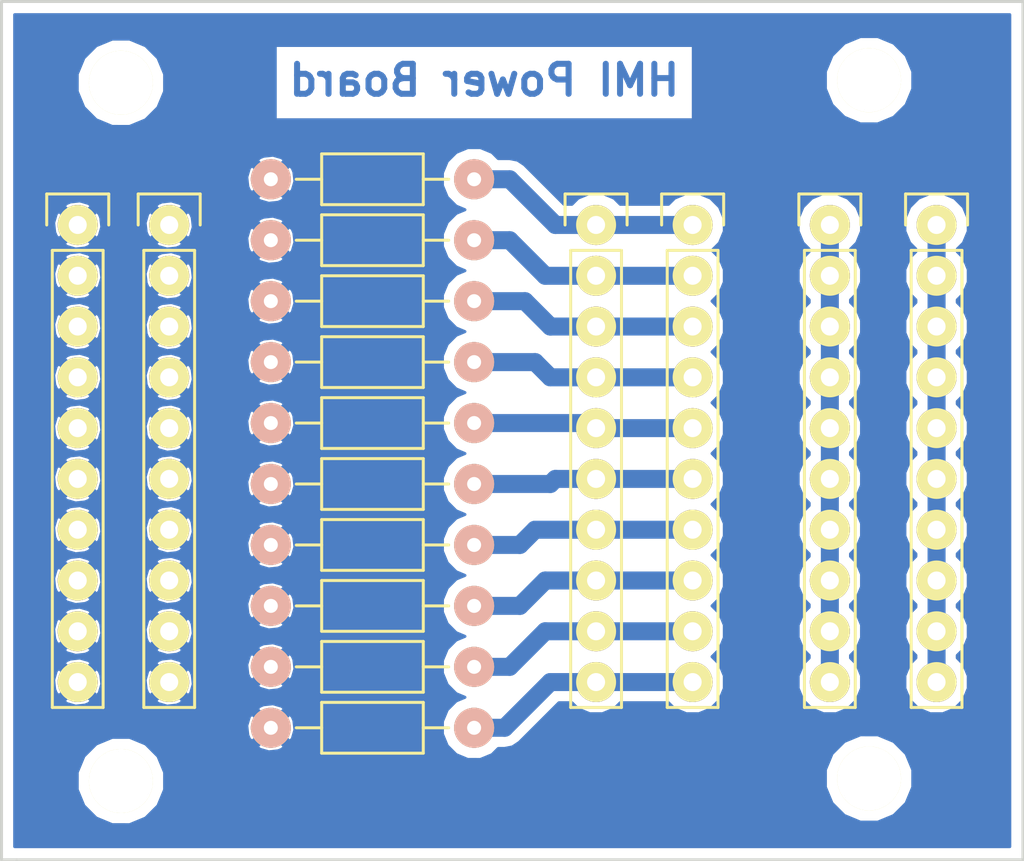
<source format=kicad_pcb>
(kicad_pcb (version 4) (host pcbnew 4.1.0-alpha+201605262346+6832~44~ubuntu15.10.1-product)

  (general
    (links 67)
    (no_connects 0)
    (area 119.480857 97.0315 176.739143 143.1285)
    (thickness 1.6)
    (drawings 8)
    (tracks 62)
    (zones 0)
    (modules 20)
    (nets 14)
  )

  (page A4)
  (layers
    (0 F.Cu signal hide)
    (31 B.Cu signal)
    (32 B.Adhes user hide)
    (33 F.Adhes user hide)
    (34 B.Paste user hide)
    (35 F.Paste user hide)
    (36 B.SilkS user hide)
    (37 F.SilkS user)
    (38 B.Mask user hide)
    (39 F.Mask user hide)
    (40 Dwgs.User user hide)
    (41 Cmts.User user hide)
    (42 Eco1.User user hide)
    (43 Eco2.User user hide)
    (44 Edge.Cuts user)
    (45 Margin user hide)
    (46 B.CrtYd user hide)
    (47 F.CrtYd user hide)
    (48 B.Fab user hide)
    (49 F.Fab user)
  )

  (setup
    (last_trace_width 0.9)
    (trace_clearance 0.5)
    (zone_clearance 0.508)
    (zone_45_only no)
    (trace_min 0.2)
    (segment_width 0.2)
    (edge_width 0.15)
    (via_size 0.6)
    (via_drill 0.4)
    (via_min_size 0.4)
    (via_min_drill 0.3)
    (uvia_size 0.3)
    (uvia_drill 0.1)
    (uvias_allowed no)
    (uvia_min_size 0.2)
    (uvia_min_drill 0.1)
    (pcb_text_width 0.3)
    (pcb_text_size 1.5 1.5)
    (mod_edge_width 0.15)
    (mod_text_size 1 1)
    (mod_text_width 0.15)
    (pad_size 1.524 1.524)
    (pad_drill 0.762)
    (pad_to_mask_clearance 0.2)
    (aux_axis_origin 0 0)
    (visible_elements FFFFFF7F)
    (pcbplotparams
      (layerselection 0x21020_fffffffe)
      (usegerberextensions false)
      (excludeedgelayer false)
      (linewidth 0.050000)
      (plotframeref false)
      (viasonmask false)
      (mode 1)
      (useauxorigin false)
      (hpglpennumber 1)
      (hpglpenspeed 20)
      (hpglpendiameter 15)
      (psnegative false)
      (psa4output false)
      (plotreference false)
      (plotvalue true)
      (plotinvisibletext false)
      (padsonsilk false)
      (subtractmaskfromsilk false)
      (outputformat 4)
      (mirror false)
      (drillshape 0)
      (scaleselection 1)
      (outputdirectory GERBER/))
  )

  (net 0 "")
  (net 1 GND)
  (net 2 "Net-(P3-Pad1)")
  (net 3 "Net-(P3-Pad2)")
  (net 4 "Net-(P3-Pad3)")
  (net 5 "Net-(P3-Pad4)")
  (net 6 "Net-(P3-Pad5)")
  (net 7 "Net-(P3-Pad6)")
  (net 8 "Net-(P3-Pad7)")
  (net 9 "Net-(P3-Pad8)")
  (net 10 "Net-(P3-Pad9)")
  (net 11 "Net-(P3-Pad10)")
  (net 12 +3V3)
  (net 13 +5V)

  (net_class Default "This is the default net class."
    (clearance 0.5)
    (trace_width 0.9)
    (via_dia 0.6)
    (via_drill 0.4)
    (uvia_dia 0.3)
    (uvia_drill 0.1)
    (add_net +3V3)
    (add_net +5V)
    (add_net GND)
    (add_net "Net-(P3-Pad1)")
    (add_net "Net-(P3-Pad10)")
    (add_net "Net-(P3-Pad2)")
    (add_net "Net-(P3-Pad3)")
    (add_net "Net-(P3-Pad4)")
    (add_net "Net-(P3-Pad5)")
    (add_net "Net-(P3-Pad6)")
    (add_net "Net-(P3-Pad7)")
    (add_net "Net-(P3-Pad8)")
    (add_net "Net-(P3-Pad9)")
  )

  (module Mounting_Holes:MountingHole_3.2mm_M3 (layer F.Cu) (tedit 574B607A) (tstamp 574BEFDA)
    (at 166.807 137.409)
    (descr "Mounting Hole 3.2mm, no annular, M3")
    (tags "mounting hole 3.2mm no annular m3")
    (fp_text reference REF** (at 0 -4.2) (layer F.SilkS) hide
      (effects (font (size 1 1) (thickness 0.15)))
    )
    (fp_text value MountingHole_3.2mm_M3 (at 0 4.2) (layer F.Fab) hide
      (effects (font (size 1 1) (thickness 0.15)))
    )
    (fp_circle (center 0 0) (end 3.2 0) (layer Cmts.User) (width 0.15))
    (fp_circle (center 0 0) (end 3.45 0) (layer F.CrtYd) (width 0.05))
    (pad 1 np_thru_hole circle (at 0 0) (size 3.2 3.2) (drill 3.2) (layers *.Cu *.Mask F.SilkS))
  )

  (module Mounting_Holes:MountingHole_3.2mm_M3 (layer F.Cu) (tedit 574B6084) (tstamp 574BEFD4)
    (at 129.413 137.536)
    (descr "Mounting Hole 3.2mm, no annular, M3")
    (tags "mounting hole 3.2mm no annular m3")
    (fp_text reference REF** (at 0 -4.2) (layer F.SilkS) hide
      (effects (font (size 1 1) (thickness 0.15)))
    )
    (fp_text value MountingHole_3.2mm_M3 (at 0 4.2) (layer F.Fab) hide
      (effects (font (size 1 1) (thickness 0.15)))
    )
    (fp_circle (center 0 0) (end 3.2 0) (layer Cmts.User) (width 0.15))
    (fp_circle (center 0 0) (end 3.45 0) (layer F.CrtYd) (width 0.05))
    (pad 1 np_thru_hole circle (at 0 0) (size 3.2 3.2) (drill 3.2) (layers *.Cu *.Mask F.SilkS))
  )

  (module Mounting_Holes:MountingHole_3.2mm_M3 (layer F.Cu) (tedit 574B6073) (tstamp 574BEFCE)
    (at 166.807 102.489)
    (descr "Mounting Hole 3.2mm, no annular, M3")
    (tags "mounting hole 3.2mm no annular m3")
    (fp_text reference REF** (at 0 -4.2) (layer F.SilkS) hide
      (effects (font (size 1 1) (thickness 0.15)))
    )
    (fp_text value MountingHole_3.2mm_M3 (at 0 4.2) (layer F.Fab) hide
      (effects (font (size 1 1) (thickness 0.15)))
    )
    (fp_circle (center 0 0) (end 3.2 0) (layer Cmts.User) (width 0.15))
    (fp_circle (center 0 0) (end 3.45 0) (layer F.CrtYd) (width 0.05))
    (pad 1 np_thru_hole circle (at 0 0) (size 3.2 3.2) (drill 3.2) (layers *.Cu *.Mask F.SilkS))
  )

  (module Mounting_Holes:MountingHole_3.2mm_M3 (layer F.Cu) (tedit 574B606C) (tstamp 574BEFC6)
    (at 129.413 102.616)
    (descr "Mounting Hole 3.2mm, no annular, M3")
    (tags "mounting hole 3.2mm no annular m3")
    (fp_text reference REF** (at 0 -4.2) (layer F.SilkS) hide
      (effects (font (size 1 1) (thickness 0.15)))
    )
    (fp_text value MountingHole_3.2mm_M3 (at 0 4.2) (layer F.Fab) hide
      (effects (font (size 1 1) (thickness 0.15)))
    )
    (fp_circle (center 0 0) (end 3.2 0) (layer Cmts.User) (width 0.15))
    (fp_circle (center 0 0) (end 3.45 0) (layer F.CrtYd) (width 0.05))
    (pad 1 np_thru_hole circle (at 0 0) (size 3.2 3.2) (drill 3.2) (layers *.Cu *.Mask F.SilkS))
  )

  (module misc:Pin_Header_Straight_1x10_big_pads (layer F.Cu) (tedit 574B6C3B) (tstamp 574B58C9)
    (at 164.846 109.728)
    (descr "Through hole pin header")
    (tags "pin header")
    (path /574B5909)
    (fp_text reference P6 (at 0 -5.1) (layer F.SilkS) hide
      (effects (font (size 1 1) (thickness 0.15)))
    )
    (fp_text value 5v (at 0 -3.1) (layer F.Fab)
      (effects (font (size 1 1) (thickness 0.15)))
    )
    (fp_line (start -1.75 -1.75) (end -1.75 24.65) (layer F.CrtYd) (width 0.05))
    (fp_line (start 1.75 -1.75) (end 1.75 24.65) (layer F.CrtYd) (width 0.05))
    (fp_line (start -1.75 -1.75) (end 1.75 -1.75) (layer F.CrtYd) (width 0.05))
    (fp_line (start -1.75 24.65) (end 1.75 24.65) (layer F.CrtYd) (width 0.05))
    (fp_line (start 1.27 1.27) (end 1.27 24.13) (layer F.SilkS) (width 0.15))
    (fp_line (start 1.27 24.13) (end -1.27 24.13) (layer F.SilkS) (width 0.15))
    (fp_line (start -1.27 24.13) (end -1.27 1.27) (layer F.SilkS) (width 0.15))
    (fp_line (start 1.55 -1.55) (end 1.55 0) (layer F.SilkS) (width 0.15))
    (fp_line (start 1.27 1.27) (end -1.27 1.27) (layer F.SilkS) (width 0.15))
    (fp_line (start -1.55 0) (end -1.55 -1.55) (layer F.SilkS) (width 0.15))
    (fp_line (start -1.55 -1.55) (end 1.55 -1.55) (layer F.SilkS) (width 0.15))
    (pad 1 thru_hole circle (at 0 0) (size 2 2) (drill 0.9) (layers *.Cu *.Mask F.SilkS)
      (net 13 +5V))
    (pad 2 thru_hole circle (at 0 2.54) (size 2 2) (drill 0.9) (layers *.Cu *.Mask F.SilkS)
      (net 13 +5V))
    (pad 3 thru_hole circle (at 0 5.08) (size 2 2) (drill 0.9) (layers *.Cu *.Mask F.SilkS)
      (net 13 +5V))
    (pad 4 thru_hole circle (at 0 7.62) (size 2 2) (drill 0.9) (layers *.Cu *.Mask F.SilkS)
      (net 13 +5V))
    (pad 5 thru_hole circle (at 0 10.16) (size 2 2) (drill 0.9) (layers *.Cu *.Mask F.SilkS)
      (net 13 +5V))
    (pad 6 thru_hole circle (at 0 12.7) (size 2 2) (drill 0.9) (layers *.Cu *.Mask F.SilkS)
      (net 13 +5V))
    (pad 7 thru_hole circle (at 0 15.24) (size 2 2) (drill 0.9) (layers *.Cu *.Mask F.SilkS)
      (net 13 +5V))
    (pad 8 thru_hole circle (at 0 17.78) (size 2 2) (drill 0.9) (layers *.Cu *.Mask F.SilkS)
      (net 13 +5V))
    (pad 9 thru_hole circle (at 0 20.32) (size 2 2) (drill 0.9) (layers *.Cu *.Mask F.SilkS)
      (net 13 +5V))
    (pad 10 thru_hole circle (at 0 22.86) (size 2 2) (drill 0.9) (layers *.Cu *.Mask F.SilkS)
      (net 13 +5V))
    (model Pin_Headers.3dshapes/Pin_Header_Straight_1x10.wrl
      (at (xyz 0 -0.45 0))
      (scale (xyz 1 1 1))
      (rotate (xyz 0 0 90))
    )
  )

  (module misc:Pin_Header_Straight_1x10_big_pads (layer F.Cu) (tedit 574B6C3B) (tstamp 574B58BB)
    (at 170.18 109.728)
    (descr "Through hole pin header")
    (tags "pin header")
    (path /574B5892)
    (fp_text reference P5 (at 0 -5.1) (layer F.SilkS) hide
      (effects (font (size 1 1) (thickness 0.15)))
    )
    (fp_text value 3.3v (at 0 -3.1) (layer F.Fab)
      (effects (font (size 1 1) (thickness 0.15)))
    )
    (fp_line (start -1.75 -1.75) (end -1.75 24.65) (layer F.CrtYd) (width 0.05))
    (fp_line (start 1.75 -1.75) (end 1.75 24.65) (layer F.CrtYd) (width 0.05))
    (fp_line (start -1.75 -1.75) (end 1.75 -1.75) (layer F.CrtYd) (width 0.05))
    (fp_line (start -1.75 24.65) (end 1.75 24.65) (layer F.CrtYd) (width 0.05))
    (fp_line (start 1.27 1.27) (end 1.27 24.13) (layer F.SilkS) (width 0.15))
    (fp_line (start 1.27 24.13) (end -1.27 24.13) (layer F.SilkS) (width 0.15))
    (fp_line (start -1.27 24.13) (end -1.27 1.27) (layer F.SilkS) (width 0.15))
    (fp_line (start 1.55 -1.55) (end 1.55 0) (layer F.SilkS) (width 0.15))
    (fp_line (start 1.27 1.27) (end -1.27 1.27) (layer F.SilkS) (width 0.15))
    (fp_line (start -1.55 0) (end -1.55 -1.55) (layer F.SilkS) (width 0.15))
    (fp_line (start -1.55 -1.55) (end 1.55 -1.55) (layer F.SilkS) (width 0.15))
    (pad 1 thru_hole circle (at 0 0) (size 2 2) (drill 0.9) (layers *.Cu *.Mask F.SilkS)
      (net 12 +3V3))
    (pad 2 thru_hole circle (at 0 2.54) (size 2 2) (drill 0.9) (layers *.Cu *.Mask F.SilkS)
      (net 12 +3V3))
    (pad 3 thru_hole circle (at 0 5.08) (size 2 2) (drill 0.9) (layers *.Cu *.Mask F.SilkS)
      (net 12 +3V3))
    (pad 4 thru_hole circle (at 0 7.62) (size 2 2) (drill 0.9) (layers *.Cu *.Mask F.SilkS)
      (net 12 +3V3))
    (pad 5 thru_hole circle (at 0 10.16) (size 2 2) (drill 0.9) (layers *.Cu *.Mask F.SilkS)
      (net 12 +3V3))
    (pad 6 thru_hole circle (at 0 12.7) (size 2 2) (drill 0.9) (layers *.Cu *.Mask F.SilkS)
      (net 12 +3V3))
    (pad 7 thru_hole circle (at 0 15.24) (size 2 2) (drill 0.9) (layers *.Cu *.Mask F.SilkS)
      (net 12 +3V3))
    (pad 8 thru_hole circle (at 0 17.78) (size 2 2) (drill 0.9) (layers *.Cu *.Mask F.SilkS)
      (net 12 +3V3))
    (pad 9 thru_hole circle (at 0 20.32) (size 2 2) (drill 0.9) (layers *.Cu *.Mask F.SilkS)
      (net 12 +3V3))
    (pad 10 thru_hole circle (at 0 22.86) (size 2 2) (drill 0.9) (layers *.Cu *.Mask F.SilkS)
      (net 12 +3V3))
    (model Pin_Headers.3dshapes/Pin_Header_Straight_1x10.wrl
      (at (xyz 0 -0.45 0))
      (scale (xyz 1 1 1))
      (rotate (xyz 0 0 90))
    )
  )

  (module misc:Pin_Header_Straight_1x10_big_pads (layer F.Cu) (tedit 574B6C3B) (tstamp 574B58AD)
    (at 153.162 109.728)
    (descr "Through hole pin header")
    (tags "pin header")
    (path /574B5838)
    (fp_text reference P4 (at 0 -5.1) (layer F.SilkS) hide
      (effects (font (size 1 1) (thickness 0.15)))
    )
    (fp_text value Wiper (at 0 -3.1) (layer F.Fab)
      (effects (font (size 1 1) (thickness 0.15)))
    )
    (fp_line (start -1.75 -1.75) (end -1.75 24.65) (layer F.CrtYd) (width 0.05))
    (fp_line (start 1.75 -1.75) (end 1.75 24.65) (layer F.CrtYd) (width 0.05))
    (fp_line (start -1.75 -1.75) (end 1.75 -1.75) (layer F.CrtYd) (width 0.05))
    (fp_line (start -1.75 24.65) (end 1.75 24.65) (layer F.CrtYd) (width 0.05))
    (fp_line (start 1.27 1.27) (end 1.27 24.13) (layer F.SilkS) (width 0.15))
    (fp_line (start 1.27 24.13) (end -1.27 24.13) (layer F.SilkS) (width 0.15))
    (fp_line (start -1.27 24.13) (end -1.27 1.27) (layer F.SilkS) (width 0.15))
    (fp_line (start 1.55 -1.55) (end 1.55 0) (layer F.SilkS) (width 0.15))
    (fp_line (start 1.27 1.27) (end -1.27 1.27) (layer F.SilkS) (width 0.15))
    (fp_line (start -1.55 0) (end -1.55 -1.55) (layer F.SilkS) (width 0.15))
    (fp_line (start -1.55 -1.55) (end 1.55 -1.55) (layer F.SilkS) (width 0.15))
    (pad 1 thru_hole circle (at 0 0) (size 2 2) (drill 0.9) (layers *.Cu *.Mask F.SilkS)
      (net 2 "Net-(P3-Pad1)"))
    (pad 2 thru_hole circle (at 0 2.54) (size 2 2) (drill 0.9) (layers *.Cu *.Mask F.SilkS)
      (net 3 "Net-(P3-Pad2)"))
    (pad 3 thru_hole circle (at 0 5.08) (size 2 2) (drill 0.9) (layers *.Cu *.Mask F.SilkS)
      (net 4 "Net-(P3-Pad3)"))
    (pad 4 thru_hole circle (at 0 7.62) (size 2 2) (drill 0.9) (layers *.Cu *.Mask F.SilkS)
      (net 5 "Net-(P3-Pad4)"))
    (pad 5 thru_hole circle (at 0 10.16) (size 2 2) (drill 0.9) (layers *.Cu *.Mask F.SilkS)
      (net 6 "Net-(P3-Pad5)"))
    (pad 6 thru_hole circle (at 0 12.7) (size 2 2) (drill 0.9) (layers *.Cu *.Mask F.SilkS)
      (net 7 "Net-(P3-Pad6)"))
    (pad 7 thru_hole circle (at 0 15.24) (size 2 2) (drill 0.9) (layers *.Cu *.Mask F.SilkS)
      (net 8 "Net-(P3-Pad7)"))
    (pad 8 thru_hole circle (at 0 17.78) (size 2 2) (drill 0.9) (layers *.Cu *.Mask F.SilkS)
      (net 9 "Net-(P3-Pad8)"))
    (pad 9 thru_hole circle (at 0 20.32) (size 2 2) (drill 0.9) (layers *.Cu *.Mask F.SilkS)
      (net 10 "Net-(P3-Pad9)"))
    (pad 10 thru_hole circle (at 0 22.86) (size 2 2) (drill 0.9) (layers *.Cu *.Mask F.SilkS)
      (net 11 "Net-(P3-Pad10)"))
    (model Pin_Headers.3dshapes/Pin_Header_Straight_1x10.wrl
      (at (xyz 0 -0.45 0))
      (scale (xyz 1 1 1))
      (rotate (xyz 0 0 90))
    )
  )

  (module misc:Pin_Header_Straight_1x10_big_pads (layer F.Cu) (tedit 574B6C3B) (tstamp 574B589F)
    (at 157.988 109.728)
    (descr "Through hole pin header")
    (tags "pin header")
    (path /574B5696)
    (fp_text reference P3 (at 0 -5.1) (layer F.SilkS) hide
      (effects (font (size 1 1) (thickness 0.15)))
    )
    (fp_text value Wiper (at 0 -3.1) (layer F.Fab)
      (effects (font (size 1 1) (thickness 0.15)))
    )
    (fp_line (start -1.75 -1.75) (end -1.75 24.65) (layer F.CrtYd) (width 0.05))
    (fp_line (start 1.75 -1.75) (end 1.75 24.65) (layer F.CrtYd) (width 0.05))
    (fp_line (start -1.75 -1.75) (end 1.75 -1.75) (layer F.CrtYd) (width 0.05))
    (fp_line (start -1.75 24.65) (end 1.75 24.65) (layer F.CrtYd) (width 0.05))
    (fp_line (start 1.27 1.27) (end 1.27 24.13) (layer F.SilkS) (width 0.15))
    (fp_line (start 1.27 24.13) (end -1.27 24.13) (layer F.SilkS) (width 0.15))
    (fp_line (start -1.27 24.13) (end -1.27 1.27) (layer F.SilkS) (width 0.15))
    (fp_line (start 1.55 -1.55) (end 1.55 0) (layer F.SilkS) (width 0.15))
    (fp_line (start 1.27 1.27) (end -1.27 1.27) (layer F.SilkS) (width 0.15))
    (fp_line (start -1.55 0) (end -1.55 -1.55) (layer F.SilkS) (width 0.15))
    (fp_line (start -1.55 -1.55) (end 1.55 -1.55) (layer F.SilkS) (width 0.15))
    (pad 1 thru_hole circle (at 0 0) (size 2 2) (drill 0.9) (layers *.Cu *.Mask F.SilkS)
      (net 2 "Net-(P3-Pad1)"))
    (pad 2 thru_hole circle (at 0 2.54) (size 2 2) (drill 0.9) (layers *.Cu *.Mask F.SilkS)
      (net 3 "Net-(P3-Pad2)"))
    (pad 3 thru_hole circle (at 0 5.08) (size 2 2) (drill 0.9) (layers *.Cu *.Mask F.SilkS)
      (net 4 "Net-(P3-Pad3)"))
    (pad 4 thru_hole circle (at 0 7.62) (size 2 2) (drill 0.9) (layers *.Cu *.Mask F.SilkS)
      (net 5 "Net-(P3-Pad4)"))
    (pad 5 thru_hole circle (at 0 10.16) (size 2 2) (drill 0.9) (layers *.Cu *.Mask F.SilkS)
      (net 6 "Net-(P3-Pad5)"))
    (pad 6 thru_hole circle (at 0 12.7) (size 2 2) (drill 0.9) (layers *.Cu *.Mask F.SilkS)
      (net 7 "Net-(P3-Pad6)"))
    (pad 7 thru_hole circle (at 0 15.24) (size 2 2) (drill 0.9) (layers *.Cu *.Mask F.SilkS)
      (net 8 "Net-(P3-Pad7)"))
    (pad 8 thru_hole circle (at 0 17.78) (size 2 2) (drill 0.9) (layers *.Cu *.Mask F.SilkS)
      (net 9 "Net-(P3-Pad8)"))
    (pad 9 thru_hole circle (at 0 20.32) (size 2 2) (drill 0.9) (layers *.Cu *.Mask F.SilkS)
      (net 10 "Net-(P3-Pad9)"))
    (pad 10 thru_hole circle (at 0 22.86) (size 2 2) (drill 0.9) (layers *.Cu *.Mask F.SilkS)
      (net 11 "Net-(P3-Pad10)"))
    (model Pin_Headers.3dshapes/Pin_Header_Straight_1x10.wrl
      (at (xyz 0 -0.45 0))
      (scale (xyz 1 1 1))
      (rotate (xyz 0 0 90))
    )
  )

  (module misc:Pin_Header_Straight_1x10_big_pads (layer F.Cu) (tedit 574B6C3B) (tstamp 574B5891)
    (at 131.826 109.728)
    (descr "Through hole pin header")
    (tags "pin header")
    (path /574B5546)
    (fp_text reference P2 (at 0 -5.1) (layer F.SilkS) hide
      (effects (font (size 1 1) (thickness 0.15)))
    )
    (fp_text value GND (at 0 -3.1) (layer F.Fab)
      (effects (font (size 1 1) (thickness 0.15)))
    )
    (fp_line (start -1.75 -1.75) (end -1.75 24.65) (layer F.CrtYd) (width 0.05))
    (fp_line (start 1.75 -1.75) (end 1.75 24.65) (layer F.CrtYd) (width 0.05))
    (fp_line (start -1.75 -1.75) (end 1.75 -1.75) (layer F.CrtYd) (width 0.05))
    (fp_line (start -1.75 24.65) (end 1.75 24.65) (layer F.CrtYd) (width 0.05))
    (fp_line (start 1.27 1.27) (end 1.27 24.13) (layer F.SilkS) (width 0.15))
    (fp_line (start 1.27 24.13) (end -1.27 24.13) (layer F.SilkS) (width 0.15))
    (fp_line (start -1.27 24.13) (end -1.27 1.27) (layer F.SilkS) (width 0.15))
    (fp_line (start 1.55 -1.55) (end 1.55 0) (layer F.SilkS) (width 0.15))
    (fp_line (start 1.27 1.27) (end -1.27 1.27) (layer F.SilkS) (width 0.15))
    (fp_line (start -1.55 0) (end -1.55 -1.55) (layer F.SilkS) (width 0.15))
    (fp_line (start -1.55 -1.55) (end 1.55 -1.55) (layer F.SilkS) (width 0.15))
    (pad 1 thru_hole circle (at 0 0) (size 2 2) (drill 0.9) (layers *.Cu *.Mask F.SilkS)
      (net 1 GND))
    (pad 2 thru_hole circle (at 0 2.54) (size 2 2) (drill 0.9) (layers *.Cu *.Mask F.SilkS)
      (net 1 GND))
    (pad 3 thru_hole circle (at 0 5.08) (size 2 2) (drill 0.9) (layers *.Cu *.Mask F.SilkS)
      (net 1 GND))
    (pad 4 thru_hole circle (at 0 7.62) (size 2 2) (drill 0.9) (layers *.Cu *.Mask F.SilkS)
      (net 1 GND))
    (pad 5 thru_hole circle (at 0 10.16) (size 2 2) (drill 0.9) (layers *.Cu *.Mask F.SilkS)
      (net 1 GND))
    (pad 6 thru_hole circle (at 0 12.7) (size 2 2) (drill 0.9) (layers *.Cu *.Mask F.SilkS)
      (net 1 GND))
    (pad 7 thru_hole circle (at 0 15.24) (size 2 2) (drill 0.9) (layers *.Cu *.Mask F.SilkS)
      (net 1 GND))
    (pad 8 thru_hole circle (at 0 17.78) (size 2 2) (drill 0.9) (layers *.Cu *.Mask F.SilkS)
      (net 1 GND))
    (pad 9 thru_hole circle (at 0 20.32) (size 2 2) (drill 0.9) (layers *.Cu *.Mask F.SilkS)
      (net 1 GND))
    (pad 10 thru_hole circle (at 0 22.86) (size 2 2) (drill 0.9) (layers *.Cu *.Mask F.SilkS)
      (net 1 GND))
    (model Pin_Headers.3dshapes/Pin_Header_Straight_1x10.wrl
      (at (xyz 0 -0.45 0))
      (scale (xyz 1 1 1))
      (rotate (xyz 0 0 90))
    )
  )

  (module misc:Pin_Header_Straight_1x10_big_pads (layer F.Cu) (tedit 574B6C3B) (tstamp 574B5883)
    (at 127.254 109.728)
    (descr "Through hole pin header")
    (tags "pin header")
    (path /574B54BE)
    (fp_text reference P1 (at 0 -5.1) (layer F.SilkS) hide
      (effects (font (size 1 1) (thickness 0.15)))
    )
    (fp_text value GND (at 0 -3.1) (layer F.Fab)
      (effects (font (size 1 1) (thickness 0.15)))
    )
    (fp_line (start -1.75 -1.75) (end -1.75 24.65) (layer F.CrtYd) (width 0.05))
    (fp_line (start 1.75 -1.75) (end 1.75 24.65) (layer F.CrtYd) (width 0.05))
    (fp_line (start -1.75 -1.75) (end 1.75 -1.75) (layer F.CrtYd) (width 0.05))
    (fp_line (start -1.75 24.65) (end 1.75 24.65) (layer F.CrtYd) (width 0.05))
    (fp_line (start 1.27 1.27) (end 1.27 24.13) (layer F.SilkS) (width 0.15))
    (fp_line (start 1.27 24.13) (end -1.27 24.13) (layer F.SilkS) (width 0.15))
    (fp_line (start -1.27 24.13) (end -1.27 1.27) (layer F.SilkS) (width 0.15))
    (fp_line (start 1.55 -1.55) (end 1.55 0) (layer F.SilkS) (width 0.15))
    (fp_line (start 1.27 1.27) (end -1.27 1.27) (layer F.SilkS) (width 0.15))
    (fp_line (start -1.55 0) (end -1.55 -1.55) (layer F.SilkS) (width 0.15))
    (fp_line (start -1.55 -1.55) (end 1.55 -1.55) (layer F.SilkS) (width 0.15))
    (pad 1 thru_hole circle (at 0 0) (size 2 2) (drill 0.9) (layers *.Cu *.Mask F.SilkS)
      (net 1 GND))
    (pad 2 thru_hole circle (at 0 2.54) (size 2 2) (drill 0.9) (layers *.Cu *.Mask F.SilkS)
      (net 1 GND))
    (pad 3 thru_hole circle (at 0 5.08) (size 2 2) (drill 0.9) (layers *.Cu *.Mask F.SilkS)
      (net 1 GND))
    (pad 4 thru_hole circle (at 0 7.62) (size 2 2) (drill 0.9) (layers *.Cu *.Mask F.SilkS)
      (net 1 GND))
    (pad 5 thru_hole circle (at 0 10.16) (size 2 2) (drill 0.9) (layers *.Cu *.Mask F.SilkS)
      (net 1 GND))
    (pad 6 thru_hole circle (at 0 12.7) (size 2 2) (drill 0.9) (layers *.Cu *.Mask F.SilkS)
      (net 1 GND))
    (pad 7 thru_hole circle (at 0 15.24) (size 2 2) (drill 0.9) (layers *.Cu *.Mask F.SilkS)
      (net 1 GND))
    (pad 8 thru_hole circle (at 0 17.78) (size 2 2) (drill 0.9) (layers *.Cu *.Mask F.SilkS)
      (net 1 GND))
    (pad 9 thru_hole circle (at 0 20.32) (size 2 2) (drill 0.9) (layers *.Cu *.Mask F.SilkS)
      (net 1 GND))
    (pad 10 thru_hole circle (at 0 22.86) (size 2 2) (drill 0.9) (layers *.Cu *.Mask F.SilkS)
      (net 1 GND))
    (model Pin_Headers.3dshapes/Pin_Header_Straight_1x10.wrl
      (at (xyz 0 -0.45 0))
      (scale (xyz 1 1 1))
      (rotate (xyz 0 0 90))
    )
  )

  (module misc:Resistor_Horizontal_RM10mm_big_pads (layer F.Cu) (tedit 574B6D98) (tstamp 574B5905)
    (at 147.066 134.874 180)
    (descr "Resistor, Axial,  RM 10mm, 1/3W")
    (tags "Resistor Axial RM 10mm 1/3W")
    (path /574B607E)
    (fp_text reference R10 (at 5.32892 -3.50012 180) (layer F.SilkS) hide
      (effects (font (size 1 1) (thickness 0.15)))
    )
    (fp_text value 10K (at 5.207 0 180) (layer F.Fab)
      (effects (font (size 1 1) (thickness 0.15)))
    )
    (fp_line (start -1.25 -1.5) (end 11.4 -1.5) (layer F.CrtYd) (width 0.05))
    (fp_line (start -1.25 1.5) (end -1.25 -1.5) (layer F.CrtYd) (width 0.05))
    (fp_line (start 11.4 -1.5) (end 11.4 1.5) (layer F.CrtYd) (width 0.05))
    (fp_line (start -1.25 1.5) (end 11.4 1.5) (layer F.CrtYd) (width 0.05))
    (fp_line (start 2.54 -1.27) (end 7.62 -1.27) (layer F.SilkS) (width 0.15))
    (fp_line (start 7.62 -1.27) (end 7.62 1.27) (layer F.SilkS) (width 0.15))
    (fp_line (start 7.62 1.27) (end 2.54 1.27) (layer F.SilkS) (width 0.15))
    (fp_line (start 2.54 1.27) (end 2.54 -1.27) (layer F.SilkS) (width 0.15))
    (fp_line (start 2.54 0) (end 1.27 0) (layer F.SilkS) (width 0.15))
    (fp_line (start 7.62 0) (end 8.89 0) (layer F.SilkS) (width 0.15))
    (pad 1 thru_hole circle (at 0 0 180) (size 2 2) (drill 0.7) (layers *.Cu *.SilkS *.Mask)
      (net 11 "Net-(P3-Pad10)"))
    (pad 2 thru_hole circle (at 10.16 0 180) (size 2 2) (drill 0.7) (layers *.Cu *.SilkS *.Mask)
      (net 1 GND))
    (model Resistors_ThroughHole.3dshapes/Resistor_Horizontal_RM10mm.wrl
      (at (xyz 0.2 0 0))
      (scale (xyz 0.4 0.4 0.4))
      (rotate (xyz 0 0 0))
    )
  )

  (module misc:Resistor_Horizontal_RM10mm_big_pads (layer F.Cu) (tedit 574B6D98) (tstamp 574B58FF)
    (at 147.066 131.826 180)
    (descr "Resistor, Axial,  RM 10mm, 1/3W")
    (tags "Resistor Axial RM 10mm 1/3W")
    (path /574B6025)
    (fp_text reference R9 (at 5.32892 -3.50012 180) (layer F.SilkS) hide
      (effects (font (size 1 1) (thickness 0.15)))
    )
    (fp_text value 10K (at 5.207 0 180) (layer F.Fab)
      (effects (font (size 1 1) (thickness 0.15)))
    )
    (fp_line (start -1.25 -1.5) (end 11.4 -1.5) (layer F.CrtYd) (width 0.05))
    (fp_line (start -1.25 1.5) (end -1.25 -1.5) (layer F.CrtYd) (width 0.05))
    (fp_line (start 11.4 -1.5) (end 11.4 1.5) (layer F.CrtYd) (width 0.05))
    (fp_line (start -1.25 1.5) (end 11.4 1.5) (layer F.CrtYd) (width 0.05))
    (fp_line (start 2.54 -1.27) (end 7.62 -1.27) (layer F.SilkS) (width 0.15))
    (fp_line (start 7.62 -1.27) (end 7.62 1.27) (layer F.SilkS) (width 0.15))
    (fp_line (start 7.62 1.27) (end 2.54 1.27) (layer F.SilkS) (width 0.15))
    (fp_line (start 2.54 1.27) (end 2.54 -1.27) (layer F.SilkS) (width 0.15))
    (fp_line (start 2.54 0) (end 1.27 0) (layer F.SilkS) (width 0.15))
    (fp_line (start 7.62 0) (end 8.89 0) (layer F.SilkS) (width 0.15))
    (pad 1 thru_hole circle (at 0 0 180) (size 2 2) (drill 0.7) (layers *.Cu *.SilkS *.Mask)
      (net 10 "Net-(P3-Pad9)"))
    (pad 2 thru_hole circle (at 10.16 0 180) (size 2 2) (drill 0.7) (layers *.Cu *.SilkS *.Mask)
      (net 1 GND))
    (model Resistors_ThroughHole.3dshapes/Resistor_Horizontal_RM10mm.wrl
      (at (xyz 0.2 0 0))
      (scale (xyz 0.4 0.4 0.4))
      (rotate (xyz 0 0 0))
    )
  )

  (module misc:Resistor_Horizontal_RM10mm_big_pads (layer F.Cu) (tedit 574B6D98) (tstamp 574B58F9)
    (at 147.066 128.778 180)
    (descr "Resistor, Axial,  RM 10mm, 1/3W")
    (tags "Resistor Axial RM 10mm 1/3W")
    (path /574B5FC3)
    (fp_text reference R8 (at 5.32892 -3.50012 180) (layer F.SilkS) hide
      (effects (font (size 1 1) (thickness 0.15)))
    )
    (fp_text value 10K (at 5.207 0 180) (layer F.Fab)
      (effects (font (size 1 1) (thickness 0.15)))
    )
    (fp_line (start -1.25 -1.5) (end 11.4 -1.5) (layer F.CrtYd) (width 0.05))
    (fp_line (start -1.25 1.5) (end -1.25 -1.5) (layer F.CrtYd) (width 0.05))
    (fp_line (start 11.4 -1.5) (end 11.4 1.5) (layer F.CrtYd) (width 0.05))
    (fp_line (start -1.25 1.5) (end 11.4 1.5) (layer F.CrtYd) (width 0.05))
    (fp_line (start 2.54 -1.27) (end 7.62 -1.27) (layer F.SilkS) (width 0.15))
    (fp_line (start 7.62 -1.27) (end 7.62 1.27) (layer F.SilkS) (width 0.15))
    (fp_line (start 7.62 1.27) (end 2.54 1.27) (layer F.SilkS) (width 0.15))
    (fp_line (start 2.54 1.27) (end 2.54 -1.27) (layer F.SilkS) (width 0.15))
    (fp_line (start 2.54 0) (end 1.27 0) (layer F.SilkS) (width 0.15))
    (fp_line (start 7.62 0) (end 8.89 0) (layer F.SilkS) (width 0.15))
    (pad 1 thru_hole circle (at 0 0 180) (size 2 2) (drill 0.7) (layers *.Cu *.SilkS *.Mask)
      (net 9 "Net-(P3-Pad8)"))
    (pad 2 thru_hole circle (at 10.16 0 180) (size 2 2) (drill 0.7) (layers *.Cu *.SilkS *.Mask)
      (net 1 GND))
    (model Resistors_ThroughHole.3dshapes/Resistor_Horizontal_RM10mm.wrl
      (at (xyz 0.2 0 0))
      (scale (xyz 0.4 0.4 0.4))
      (rotate (xyz 0 0 0))
    )
  )

  (module misc:Resistor_Horizontal_RM10mm_big_pads (layer F.Cu) (tedit 574B6D98) (tstamp 574B58F3)
    (at 147.066 125.73 180)
    (descr "Resistor, Axial,  RM 10mm, 1/3W")
    (tags "Resistor Axial RM 10mm 1/3W")
    (path /574B5F6A)
    (fp_text reference R7 (at 5.32892 -3.50012 180) (layer F.SilkS) hide
      (effects (font (size 1 1) (thickness 0.15)))
    )
    (fp_text value 10K (at 5.207 0 180) (layer F.Fab)
      (effects (font (size 1 1) (thickness 0.15)))
    )
    (fp_line (start -1.25 -1.5) (end 11.4 -1.5) (layer F.CrtYd) (width 0.05))
    (fp_line (start -1.25 1.5) (end -1.25 -1.5) (layer F.CrtYd) (width 0.05))
    (fp_line (start 11.4 -1.5) (end 11.4 1.5) (layer F.CrtYd) (width 0.05))
    (fp_line (start -1.25 1.5) (end 11.4 1.5) (layer F.CrtYd) (width 0.05))
    (fp_line (start 2.54 -1.27) (end 7.62 -1.27) (layer F.SilkS) (width 0.15))
    (fp_line (start 7.62 -1.27) (end 7.62 1.27) (layer F.SilkS) (width 0.15))
    (fp_line (start 7.62 1.27) (end 2.54 1.27) (layer F.SilkS) (width 0.15))
    (fp_line (start 2.54 1.27) (end 2.54 -1.27) (layer F.SilkS) (width 0.15))
    (fp_line (start 2.54 0) (end 1.27 0) (layer F.SilkS) (width 0.15))
    (fp_line (start 7.62 0) (end 8.89 0) (layer F.SilkS) (width 0.15))
    (pad 1 thru_hole circle (at 0 0 180) (size 2 2) (drill 0.7) (layers *.Cu *.SilkS *.Mask)
      (net 8 "Net-(P3-Pad7)"))
    (pad 2 thru_hole circle (at 10.16 0 180) (size 2 2) (drill 0.7) (layers *.Cu *.SilkS *.Mask)
      (net 1 GND))
    (model Resistors_ThroughHole.3dshapes/Resistor_Horizontal_RM10mm.wrl
      (at (xyz 0.2 0 0))
      (scale (xyz 0.4 0.4 0.4))
      (rotate (xyz 0 0 0))
    )
  )

  (module misc:Resistor_Horizontal_RM10mm_big_pads (layer F.Cu) (tedit 574B6D98) (tstamp 574B58ED)
    (at 147.066 122.682 180)
    (descr "Resistor, Axial,  RM 10mm, 1/3W")
    (tags "Resistor Axial RM 10mm 1/3W")
    (path /574B5F1A)
    (fp_text reference R6 (at 5.32892 -3.50012 180) (layer F.SilkS) hide
      (effects (font (size 1 1) (thickness 0.15)))
    )
    (fp_text value 10K (at 5.207 0 180) (layer F.Fab)
      (effects (font (size 1 1) (thickness 0.15)))
    )
    (fp_line (start -1.25 -1.5) (end 11.4 -1.5) (layer F.CrtYd) (width 0.05))
    (fp_line (start -1.25 1.5) (end -1.25 -1.5) (layer F.CrtYd) (width 0.05))
    (fp_line (start 11.4 -1.5) (end 11.4 1.5) (layer F.CrtYd) (width 0.05))
    (fp_line (start -1.25 1.5) (end 11.4 1.5) (layer F.CrtYd) (width 0.05))
    (fp_line (start 2.54 -1.27) (end 7.62 -1.27) (layer F.SilkS) (width 0.15))
    (fp_line (start 7.62 -1.27) (end 7.62 1.27) (layer F.SilkS) (width 0.15))
    (fp_line (start 7.62 1.27) (end 2.54 1.27) (layer F.SilkS) (width 0.15))
    (fp_line (start 2.54 1.27) (end 2.54 -1.27) (layer F.SilkS) (width 0.15))
    (fp_line (start 2.54 0) (end 1.27 0) (layer F.SilkS) (width 0.15))
    (fp_line (start 7.62 0) (end 8.89 0) (layer F.SilkS) (width 0.15))
    (pad 1 thru_hole circle (at 0 0 180) (size 2 2) (drill 0.7) (layers *.Cu *.SilkS *.Mask)
      (net 7 "Net-(P3-Pad6)"))
    (pad 2 thru_hole circle (at 10.16 0 180) (size 2 2) (drill 0.7) (layers *.Cu *.SilkS *.Mask)
      (net 1 GND))
    (model Resistors_ThroughHole.3dshapes/Resistor_Horizontal_RM10mm.wrl
      (at (xyz 0.2 0 0))
      (scale (xyz 0.4 0.4 0.4))
      (rotate (xyz 0 0 0))
    )
  )

  (module misc:Resistor_Horizontal_RM10mm_big_pads (layer F.Cu) (tedit 574B6D98) (tstamp 574B58E7)
    (at 147.066 119.634 180)
    (descr "Resistor, Axial,  RM 10mm, 1/3W")
    (tags "Resistor Axial RM 10mm 1/3W")
    (path /574B5EAF)
    (fp_text reference R5 (at 5.32892 -3.50012 180) (layer F.SilkS) hide
      (effects (font (size 1 1) (thickness 0.15)))
    )
    (fp_text value 10K (at 5.207 0 180) (layer F.Fab)
      (effects (font (size 1 1) (thickness 0.15)))
    )
    (fp_line (start -1.25 -1.5) (end 11.4 -1.5) (layer F.CrtYd) (width 0.05))
    (fp_line (start -1.25 1.5) (end -1.25 -1.5) (layer F.CrtYd) (width 0.05))
    (fp_line (start 11.4 -1.5) (end 11.4 1.5) (layer F.CrtYd) (width 0.05))
    (fp_line (start -1.25 1.5) (end 11.4 1.5) (layer F.CrtYd) (width 0.05))
    (fp_line (start 2.54 -1.27) (end 7.62 -1.27) (layer F.SilkS) (width 0.15))
    (fp_line (start 7.62 -1.27) (end 7.62 1.27) (layer F.SilkS) (width 0.15))
    (fp_line (start 7.62 1.27) (end 2.54 1.27) (layer F.SilkS) (width 0.15))
    (fp_line (start 2.54 1.27) (end 2.54 -1.27) (layer F.SilkS) (width 0.15))
    (fp_line (start 2.54 0) (end 1.27 0) (layer F.SilkS) (width 0.15))
    (fp_line (start 7.62 0) (end 8.89 0) (layer F.SilkS) (width 0.15))
    (pad 1 thru_hole circle (at 0 0 180) (size 2 2) (drill 0.7) (layers *.Cu *.SilkS *.Mask)
      (net 6 "Net-(P3-Pad5)"))
    (pad 2 thru_hole circle (at 10.16 0 180) (size 2 2) (drill 0.7) (layers *.Cu *.SilkS *.Mask)
      (net 1 GND))
    (model Resistors_ThroughHole.3dshapes/Resistor_Horizontal_RM10mm.wrl
      (at (xyz 0.2 0 0))
      (scale (xyz 0.4 0.4 0.4))
      (rotate (xyz 0 0 0))
    )
  )

  (module misc:Resistor_Horizontal_RM10mm_big_pads (layer F.Cu) (tedit 574B6D98) (tstamp 574B58E1)
    (at 147.066 116.586 180)
    (descr "Resistor, Axial,  RM 10mm, 1/3W")
    (tags "Resistor Axial RM 10mm 1/3W")
    (path /574B5E4B)
    (fp_text reference R4 (at 5.32892 -3.50012 180) (layer F.SilkS) hide
      (effects (font (size 1 1) (thickness 0.15)))
    )
    (fp_text value 10K (at 5.207 0 180) (layer F.Fab)
      (effects (font (size 1 1) (thickness 0.15)))
    )
    (fp_line (start -1.25 -1.5) (end 11.4 -1.5) (layer F.CrtYd) (width 0.05))
    (fp_line (start -1.25 1.5) (end -1.25 -1.5) (layer F.CrtYd) (width 0.05))
    (fp_line (start 11.4 -1.5) (end 11.4 1.5) (layer F.CrtYd) (width 0.05))
    (fp_line (start -1.25 1.5) (end 11.4 1.5) (layer F.CrtYd) (width 0.05))
    (fp_line (start 2.54 -1.27) (end 7.62 -1.27) (layer F.SilkS) (width 0.15))
    (fp_line (start 7.62 -1.27) (end 7.62 1.27) (layer F.SilkS) (width 0.15))
    (fp_line (start 7.62 1.27) (end 2.54 1.27) (layer F.SilkS) (width 0.15))
    (fp_line (start 2.54 1.27) (end 2.54 -1.27) (layer F.SilkS) (width 0.15))
    (fp_line (start 2.54 0) (end 1.27 0) (layer F.SilkS) (width 0.15))
    (fp_line (start 7.62 0) (end 8.89 0) (layer F.SilkS) (width 0.15))
    (pad 1 thru_hole circle (at 0 0 180) (size 2 2) (drill 0.7) (layers *.Cu *.SilkS *.Mask)
      (net 5 "Net-(P3-Pad4)"))
    (pad 2 thru_hole circle (at 10.16 0 180) (size 2 2) (drill 0.7) (layers *.Cu *.SilkS *.Mask)
      (net 1 GND))
    (model Resistors_ThroughHole.3dshapes/Resistor_Horizontal_RM10mm.wrl
      (at (xyz 0.2 0 0))
      (scale (xyz 0.4 0.4 0.4))
      (rotate (xyz 0 0 0))
    )
  )

  (module misc:Resistor_Horizontal_RM10mm_big_pads (layer F.Cu) (tedit 574B6D98) (tstamp 574B58DB)
    (at 147.066 113.538 180)
    (descr "Resistor, Axial,  RM 10mm, 1/3W")
    (tags "Resistor Axial RM 10mm 1/3W")
    (path /574B5C0B)
    (fp_text reference R3 (at 5.32892 -3.50012 180) (layer F.SilkS) hide
      (effects (font (size 1 1) (thickness 0.15)))
    )
    (fp_text value 10K (at 5.207 0 180) (layer F.Fab)
      (effects (font (size 1 1) (thickness 0.15)))
    )
    (fp_line (start -1.25 -1.5) (end 11.4 -1.5) (layer F.CrtYd) (width 0.05))
    (fp_line (start -1.25 1.5) (end -1.25 -1.5) (layer F.CrtYd) (width 0.05))
    (fp_line (start 11.4 -1.5) (end 11.4 1.5) (layer F.CrtYd) (width 0.05))
    (fp_line (start -1.25 1.5) (end 11.4 1.5) (layer F.CrtYd) (width 0.05))
    (fp_line (start 2.54 -1.27) (end 7.62 -1.27) (layer F.SilkS) (width 0.15))
    (fp_line (start 7.62 -1.27) (end 7.62 1.27) (layer F.SilkS) (width 0.15))
    (fp_line (start 7.62 1.27) (end 2.54 1.27) (layer F.SilkS) (width 0.15))
    (fp_line (start 2.54 1.27) (end 2.54 -1.27) (layer F.SilkS) (width 0.15))
    (fp_line (start 2.54 0) (end 1.27 0) (layer F.SilkS) (width 0.15))
    (fp_line (start 7.62 0) (end 8.89 0) (layer F.SilkS) (width 0.15))
    (pad 1 thru_hole circle (at 0 0 180) (size 2 2) (drill 0.7) (layers *.Cu *.SilkS *.Mask)
      (net 4 "Net-(P3-Pad3)"))
    (pad 2 thru_hole circle (at 10.16 0 180) (size 2 2) (drill 0.7) (layers *.Cu *.SilkS *.Mask)
      (net 1 GND))
    (model Resistors_ThroughHole.3dshapes/Resistor_Horizontal_RM10mm.wrl
      (at (xyz 0.2 0 0))
      (scale (xyz 0.4 0.4 0.4))
      (rotate (xyz 0 0 0))
    )
  )

  (module misc:Resistor_Horizontal_RM10mm_big_pads (layer F.Cu) (tedit 574B6D98) (tstamp 574B58D5)
    (at 147.066 110.49 180)
    (descr "Resistor, Axial,  RM 10mm, 1/3W")
    (tags "Resistor Axial RM 10mm 1/3W")
    (path /574B5BBD)
    (fp_text reference R2 (at 5.32892 -3.50012 180) (layer F.SilkS) hide
      (effects (font (size 1 1) (thickness 0.15)))
    )
    (fp_text value 10K (at 5.207 0 180) (layer F.Fab)
      (effects (font (size 1 1) (thickness 0.15)))
    )
    (fp_line (start -1.25 -1.5) (end 11.4 -1.5) (layer F.CrtYd) (width 0.05))
    (fp_line (start -1.25 1.5) (end -1.25 -1.5) (layer F.CrtYd) (width 0.05))
    (fp_line (start 11.4 -1.5) (end 11.4 1.5) (layer F.CrtYd) (width 0.05))
    (fp_line (start -1.25 1.5) (end 11.4 1.5) (layer F.CrtYd) (width 0.05))
    (fp_line (start 2.54 -1.27) (end 7.62 -1.27) (layer F.SilkS) (width 0.15))
    (fp_line (start 7.62 -1.27) (end 7.62 1.27) (layer F.SilkS) (width 0.15))
    (fp_line (start 7.62 1.27) (end 2.54 1.27) (layer F.SilkS) (width 0.15))
    (fp_line (start 2.54 1.27) (end 2.54 -1.27) (layer F.SilkS) (width 0.15))
    (fp_line (start 2.54 0) (end 1.27 0) (layer F.SilkS) (width 0.15))
    (fp_line (start 7.62 0) (end 8.89 0) (layer F.SilkS) (width 0.15))
    (pad 1 thru_hole circle (at 0 0 180) (size 2 2) (drill 0.7) (layers *.Cu *.SilkS *.Mask)
      (net 3 "Net-(P3-Pad2)"))
    (pad 2 thru_hole circle (at 10.16 0 180) (size 2 2) (drill 0.7) (layers *.Cu *.SilkS *.Mask)
      (net 1 GND))
    (model Resistors_ThroughHole.3dshapes/Resistor_Horizontal_RM10mm.wrl
      (at (xyz 0.2 0 0))
      (scale (xyz 0.4 0.4 0.4))
      (rotate (xyz 0 0 0))
    )
  )

  (module misc:Resistor_Horizontal_RM10mm_big_pads (layer F.Cu) (tedit 574B6D98) (tstamp 574B58CF)
    (at 147.066 107.442 180)
    (descr "Resistor, Axial,  RM 10mm, 1/3W")
    (tags "Resistor Axial RM 10mm 1/3W")
    (path /574B59D1)
    (fp_text reference R1 (at 5.32892 -3.50012 180) (layer F.SilkS) hide
      (effects (font (size 1 1) (thickness 0.15)))
    )
    (fp_text value 10K (at 5.207 0 180) (layer F.Fab)
      (effects (font (size 1 1) (thickness 0.15)))
    )
    (fp_line (start -1.25 -1.5) (end 11.4 -1.5) (layer F.CrtYd) (width 0.05))
    (fp_line (start -1.25 1.5) (end -1.25 -1.5) (layer F.CrtYd) (width 0.05))
    (fp_line (start 11.4 -1.5) (end 11.4 1.5) (layer F.CrtYd) (width 0.05))
    (fp_line (start -1.25 1.5) (end 11.4 1.5) (layer F.CrtYd) (width 0.05))
    (fp_line (start 2.54 -1.27) (end 7.62 -1.27) (layer F.SilkS) (width 0.15))
    (fp_line (start 7.62 -1.27) (end 7.62 1.27) (layer F.SilkS) (width 0.15))
    (fp_line (start 7.62 1.27) (end 2.54 1.27) (layer F.SilkS) (width 0.15))
    (fp_line (start 2.54 1.27) (end 2.54 -1.27) (layer F.SilkS) (width 0.15))
    (fp_line (start 2.54 0) (end 1.27 0) (layer F.SilkS) (width 0.15))
    (fp_line (start 7.62 0) (end 8.89 0) (layer F.SilkS) (width 0.15))
    (pad 1 thru_hole circle (at 0 0 180) (size 2 2) (drill 0.7) (layers *.Cu *.SilkS *.Mask)
      (net 2 "Net-(P3-Pad1)"))
    (pad 2 thru_hole circle (at 10.16 0 180) (size 2 2) (drill 0.7) (layers *.Cu *.SilkS *.Mask)
      (net 1 GND))
    (model Resistors_ThroughHole.3dshapes/Resistor_Horizontal_RM10mm.wrl
      (at (xyz 0.2 0 0))
      (scale (xyz 0.4 0.4 0.4))
      (rotate (xyz 0 0 0))
    )
  )

  (gr_text "HMI Power Board" (at 147.574 102.489) (layer B.Cu)
    (effects (font (size 1.5 1.5) (thickness 0.3)) (justify mirror))
  )
  (gr_line (start 124.206 141.478) (end 123.444 141.478) (angle 90) (layer Edge.Cuts) (width 0.15))
  (gr_line (start 124.206 98.552) (end 123.444 98.552) (angle 90) (layer Edge.Cuts) (width 0.15))
  (gr_line (start 124.206 98.552) (end 129.413 98.552) (angle 90) (layer Edge.Cuts) (width 0.15))
  (gr_line (start 123.444 141.478) (end 123.444 98.552) (angle 90) (layer Edge.Cuts) (width 0.15))
  (gr_line (start 174.498 141.478) (end 124.206 141.478) (angle 90) (layer Edge.Cuts) (width 0.15))
  (gr_line (start 174.498 98.552) (end 174.498 141.478) (angle 90) (layer Edge.Cuts) (width 0.15))
  (gr_line (start 129.413 98.552) (end 174.498 98.552) (angle 90) (layer Edge.Cuts) (width 0.15))

  (segment (start 147.066 107.442) (end 148.844 107.442) (width 0.9) (layer B.Cu) (net 2) (status 10))
  (segment (start 151.13 109.728) (end 153.162 109.728) (width 0.9) (layer B.Cu) (net 2) (tstamp 574BF0F3))
  (segment (start 148.844 107.442) (end 151.13 109.728) (width 0.9) (layer B.Cu) (net 2) (tstamp 574BF0F2))
  (segment (start 157.988 109.728) (end 153.162 109.728) (width 0.9) (layer B.Cu) (net 2))
  (segment (start 147.066 110.49) (end 148.844 110.49) (width 0.9) (layer B.Cu) (net 3) (status 10))
  (segment (start 150.622 112.268) (end 153.162 112.268) (width 0.9) (layer B.Cu) (net 3) (tstamp 574BF0EF))
  (segment (start 148.844 110.49) (end 150.622 112.268) (width 0.9) (layer B.Cu) (net 3) (tstamp 574BF0EE))
  (segment (start 157.988 112.268) (end 153.162 112.268) (width 0.9) (layer B.Cu) (net 3))
  (segment (start 152.654 112.776) (end 153.162 112.268) (width 0.25) (layer B.Cu) (net 3) (tstamp 574B5A7F))
  (segment (start 147.066 113.538) (end 149.606 113.538) (width 0.9) (layer B.Cu) (net 4) (status 10))
  (segment (start 150.876 114.808) (end 153.162 114.808) (width 0.9) (layer B.Cu) (net 4) (tstamp 574BF0EB))
  (segment (start 149.606 113.538) (end 150.876 114.808) (width 0.9) (layer B.Cu) (net 4) (tstamp 574BF0EA))
  (segment (start 157.988 114.808) (end 153.162 114.808) (width 0.9) (layer B.Cu) (net 4))
  (segment (start 147.066 116.586) (end 150.114 116.586) (width 0.9) (layer B.Cu) (net 5))
  (segment (start 150.876 117.348) (end 153.162 117.348) (width 0.9) (layer B.Cu) (net 5) (tstamp 574BF0E7))
  (segment (start 150.114 116.586) (end 150.876 117.348) (width 0.9) (layer B.Cu) (net 5) (tstamp 574BF0E6))
  (segment (start 157.988 117.348) (end 153.162 117.348) (width 0.9) (layer B.Cu) (net 5))
  (segment (start 147.066 119.634) (end 152.908 119.634) (width 0.9) (layer B.Cu) (net 6))
  (segment (start 152.908 119.634) (end 153.162 119.888) (width 0.9) (layer B.Cu) (net 6) (tstamp 574BF0E3))
  (segment (start 157.988 119.888) (end 153.162 119.888) (width 0.9) (layer B.Cu) (net 6))
  (segment (start 152.146 119.888) (end 153.162 119.888) (width 0.25) (layer B.Cu) (net 6) (tstamp 574B5A8C))
  (segment (start 147.066 122.682) (end 150.876 122.682) (width 0.9) (layer B.Cu) (net 7))
  (segment (start 151.13 122.428) (end 153.162 122.428) (width 0.9) (layer B.Cu) (net 7) (tstamp 574BF0F7))
  (segment (start 150.876 122.682) (end 151.13 122.428) (width 0.9) (layer B.Cu) (net 7) (tstamp 574BF0F6))
  (segment (start 157.988 122.428) (end 153.162 122.428) (width 0.9) (layer B.Cu) (net 7))
  (segment (start 147.066 125.73) (end 149.352 125.73) (width 0.9) (layer B.Cu) (net 8))
  (segment (start 150.114 124.968) (end 153.162 124.968) (width 0.9) (layer B.Cu) (net 8) (tstamp 574BF0FB))
  (segment (start 149.352 125.73) (end 150.114 124.968) (width 0.9) (layer B.Cu) (net 8) (tstamp 574BF0FA))
  (segment (start 157.988 124.968) (end 153.162 124.968) (width 0.9) (layer B.Cu) (net 8))
  (segment (start 147.066 125.73) (end 147.828 125.73) (width 0.25) (layer B.Cu) (net 8) (status 30))
  (segment (start 147.066 128.778) (end 149.352 128.778) (width 0.9) (layer B.Cu) (net 9))
  (segment (start 150.622 127.508) (end 153.162 127.508) (width 0.9) (layer B.Cu) (net 9) (tstamp 574BF0FF))
  (segment (start 149.352 128.778) (end 150.622 127.508) (width 0.9) (layer B.Cu) (net 9) (tstamp 574BF0FE))
  (segment (start 157.988 127.508) (end 153.162 127.508) (width 0.9) (layer B.Cu) (net 9))
  (segment (start 147.066 128.778) (end 147.574 128.778) (width 0.25) (layer B.Cu) (net 9) (status 30))
  (segment (start 147.066 131.826) (end 148.844 131.826) (width 0.9) (layer B.Cu) (net 10))
  (segment (start 150.622 130.048) (end 153.162 130.048) (width 0.9) (layer B.Cu) (net 10) (tstamp 574BF103))
  (segment (start 148.844 131.826) (end 150.622 130.048) (width 0.9) (layer B.Cu) (net 10) (tstamp 574BF102))
  (segment (start 157.988 130.048) (end 153.162 130.048) (width 0.9) (layer B.Cu) (net 10))
  (segment (start 147.066 131.826) (end 147.32 131.826) (width 0.25) (layer B.Cu) (net 10) (status 30))
  (segment (start 147.066 134.874) (end 148.59 134.874) (width 0.9) (layer B.Cu) (net 11))
  (segment (start 150.876 132.588) (end 153.162 132.588) (width 0.9) (layer B.Cu) (net 11) (tstamp 574BF107))
  (segment (start 148.59 134.874) (end 150.876 132.588) (width 0.9) (layer B.Cu) (net 11) (tstamp 574BF106))
  (segment (start 157.988 132.588) (end 153.162 132.588) (width 0.9) (layer B.Cu) (net 11))
  (segment (start 170.18 109.728) (end 170.18 112.268) (width 0.9) (layer B.Cu) (net 12) (status 30))
  (segment (start 170.18 112.268) (end 170.18 114.808) (width 0.9) (layer B.Cu) (net 12) (status 30))
  (segment (start 170.18 114.808) (end 170.18 117.348) (width 0.9) (layer B.Cu) (net 12) (status 30))
  (segment (start 170.18 117.348) (end 170.18 119.888) (width 0.9) (layer B.Cu) (net 12) (status 30))
  (segment (start 170.18 119.888) (end 170.18 122.428) (width 0.9) (layer B.Cu) (net 12) (status 30))
  (segment (start 170.18 122.428) (end 170.18 124.968) (width 0.9) (layer B.Cu) (net 12) (status 30))
  (segment (start 170.18 124.968) (end 170.18 127.508) (width 0.9) (layer B.Cu) (net 12) (status 30))
  (segment (start 170.18 127.508) (end 170.18 130.048) (width 0.9) (layer B.Cu) (net 12) (status 30))
  (segment (start 170.18 130.048) (end 170.18 132.588) (width 0.9) (layer B.Cu) (net 12) (status 30))
  (segment (start 164.846 109.728) (end 164.846 112.268) (width 0.9) (layer B.Cu) (net 13) (status 30))
  (segment (start 164.846 112.268) (end 164.846 114.808) (width 0.9) (layer B.Cu) (net 13) (status 30))
  (segment (start 164.846 114.808) (end 164.846 117.348) (width 0.9) (layer B.Cu) (net 13) (status 30))
  (segment (start 164.846 117.348) (end 164.846 119.888) (width 0.9) (layer B.Cu) (net 13) (status 30))
  (segment (start 164.846 119.888) (end 164.846 122.428) (width 0.9) (layer B.Cu) (net 13) (status 30))
  (segment (start 164.846 122.428) (end 164.846 124.968) (width 0.9) (layer B.Cu) (net 13) (status 30))
  (segment (start 164.846 124.968) (end 164.846 127.508) (width 0.9) (layer B.Cu) (net 13) (status 30))
  (segment (start 164.846 127.508) (end 164.846 130.048) (width 0.9) (layer B.Cu) (net 13) (status 30))
  (segment (start 164.846 132.588) (end 164.846 130.048) (width 0.9) (layer B.Cu) (net 13) (status 30))

  (zone (net 1) (net_name GND) (layer B.Cu) (tstamp 574BF3DD) (hatch edge 0.508)
    (connect_pads (clearance 0.508))
    (min_thickness 0.15)
    (fill yes (arc_segments 16) (thermal_gap 0.108) (thermal_bridge_width 0.508))
    (polygon
      (pts
        (xy 123.444 98.552) (xy 174.498 98.552) (xy 174.498 141.478) (xy 123.444 141.478)
      )
    )
    (filled_polygon
      (pts
        (xy 173.84 140.82) (xy 124.102 140.82) (xy 124.102 137.96832) (xy 127.229622 137.96832) (xy 127.561264 138.770954)
        (xy 128.174816 139.385578) (xy 128.97687 139.71862) (xy 129.84532 139.719378) (xy 130.647954 139.387736) (xy 131.262578 138.774184)
        (xy 131.59562 137.97213) (xy 131.595734 137.84132) (xy 164.623622 137.84132) (xy 164.955264 138.643954) (xy 165.568816 139.258578)
        (xy 166.37087 139.59162) (xy 167.23932 139.592378) (xy 168.041954 139.260736) (xy 168.656578 138.647184) (xy 168.98962 137.84513)
        (xy 168.990378 136.97668) (xy 168.658736 136.174046) (xy 168.045184 135.559422) (xy 167.24313 135.22638) (xy 166.37468 135.225622)
        (xy 165.572046 135.557264) (xy 164.957422 136.170816) (xy 164.62438 136.97287) (xy 164.623622 137.84132) (xy 131.595734 137.84132)
        (xy 131.596378 137.10368) (xy 131.264736 136.301046) (xy 130.775841 135.811296) (xy 136.221848 135.811296) (xy 136.349692 135.944225)
        (xy 136.801596 136.075649) (xy 137.269394 136.024133) (xy 137.462308 135.944225) (xy 137.590152 135.811296) (xy 136.906 135.127144)
        (xy 136.221848 135.811296) (xy 130.775841 135.811296) (xy 130.651184 135.686422) (xy 129.84913 135.35338) (xy 128.98068 135.352622)
        (xy 128.178046 135.684264) (xy 127.563422 136.297816) (xy 127.23038 137.09987) (xy 127.229622 137.96832) (xy 124.102 137.96832)
        (xy 124.102 134.769596) (xy 135.704351 134.769596) (xy 135.755867 135.237394) (xy 135.835775 135.430308) (xy 135.968704 135.558152)
        (xy 136.652856 134.874) (xy 137.159144 134.874) (xy 137.843296 135.558152) (xy 137.976225 135.430308) (xy 138.107649 134.978404)
        (xy 138.056133 134.510606) (xy 137.976225 134.317692) (xy 137.843296 134.189848) (xy 137.159144 134.874) (xy 136.652856 134.874)
        (xy 135.968704 134.189848) (xy 135.835775 134.317692) (xy 135.704351 134.769596) (xy 124.102 134.769596) (xy 124.102 133.936704)
        (xy 136.221848 133.936704) (xy 136.906 134.620856) (xy 137.590152 133.936704) (xy 137.462308 133.803775) (xy 137.010404 133.672351)
        (xy 136.542606 133.723867) (xy 136.349692 133.803775) (xy 136.221848 133.936704) (xy 124.102 133.936704) (xy 124.102 133.525296)
        (xy 126.569848 133.525296) (xy 126.697692 133.658225) (xy 127.149596 133.789649) (xy 127.617394 133.738133) (xy 127.810308 133.658225)
        (xy 127.938152 133.525296) (xy 131.141848 133.525296) (xy 131.269692 133.658225) (xy 131.721596 133.789649) (xy 132.189394 133.738133)
        (xy 132.382308 133.658225) (xy 132.510152 133.525296) (xy 131.826 132.841144) (xy 131.141848 133.525296) (xy 127.938152 133.525296)
        (xy 127.254 132.841144) (xy 126.569848 133.525296) (xy 124.102 133.525296) (xy 124.102 132.483596) (xy 126.052351 132.483596)
        (xy 126.103867 132.951394) (xy 126.183775 133.144308) (xy 126.316704 133.272152) (xy 127.000856 132.588) (xy 127.507144 132.588)
        (xy 128.191296 133.272152) (xy 128.324225 133.144308) (xy 128.455649 132.692404) (xy 128.432655 132.483596) (xy 130.624351 132.483596)
        (xy 130.675867 132.951394) (xy 130.755775 133.144308) (xy 130.888704 133.272152) (xy 131.572856 132.588) (xy 132.079144 132.588)
        (xy 132.763296 133.272152) (xy 132.896225 133.144308) (xy 133.007031 132.763296) (xy 136.221848 132.763296) (xy 136.349692 132.896225)
        (xy 136.801596 133.027649) (xy 137.269394 132.976133) (xy 137.462308 132.896225) (xy 137.590152 132.763296) (xy 136.906 132.079144)
        (xy 136.221848 132.763296) (xy 133.007031 132.763296) (xy 133.027649 132.692404) (xy 132.976133 132.224606) (xy 132.896225 132.031692)
        (xy 132.763296 131.903848) (xy 132.079144 132.588) (xy 131.572856 132.588) (xy 130.888704 131.903848) (xy 130.755775 132.031692)
        (xy 130.624351 132.483596) (xy 128.432655 132.483596) (xy 128.404133 132.224606) (xy 128.324225 132.031692) (xy 128.191296 131.903848)
        (xy 127.507144 132.588) (xy 127.000856 132.588) (xy 126.316704 131.903848) (xy 126.183775 132.031692) (xy 126.052351 132.483596)
        (xy 124.102 132.483596) (xy 124.102 131.650704) (xy 126.569848 131.650704) (xy 127.254 132.334856) (xy 127.938152 131.650704)
        (xy 131.141848 131.650704) (xy 131.826 132.334856) (xy 132.43926 131.721596) (xy 135.704351 131.721596) (xy 135.755867 132.189394)
        (xy 135.835775 132.382308) (xy 135.968704 132.510152) (xy 136.652856 131.826) (xy 137.159144 131.826) (xy 137.843296 132.510152)
        (xy 137.976225 132.382308) (xy 138.107649 131.930404) (xy 138.056133 131.462606) (xy 137.976225 131.269692) (xy 137.843296 131.141848)
        (xy 137.159144 131.826) (xy 136.652856 131.826) (xy 135.968704 131.141848) (xy 135.835775 131.269692) (xy 135.704351 131.721596)
        (xy 132.43926 131.721596) (xy 132.510152 131.650704) (xy 132.382308 131.517775) (xy 131.930404 131.386351) (xy 131.462606 131.437867)
        (xy 131.269692 131.517775) (xy 131.141848 131.650704) (xy 127.938152 131.650704) (xy 127.810308 131.517775) (xy 127.358404 131.386351)
        (xy 126.890606 131.437867) (xy 126.697692 131.517775) (xy 126.569848 131.650704) (xy 124.102 131.650704) (xy 124.102 130.985296)
        (xy 126.569848 130.985296) (xy 126.697692 131.118225) (xy 127.149596 131.249649) (xy 127.617394 131.198133) (xy 127.810308 131.118225)
        (xy 127.938152 130.985296) (xy 131.141848 130.985296) (xy 131.269692 131.118225) (xy 131.721596 131.249649) (xy 132.189394 131.198133)
        (xy 132.382308 131.118225) (xy 132.510152 130.985296) (xy 132.41356 130.888704) (xy 136.221848 130.888704) (xy 136.906 131.572856)
        (xy 137.590152 130.888704) (xy 137.462308 130.755775) (xy 137.010404 130.624351) (xy 136.542606 130.675867) (xy 136.349692 130.755775)
        (xy 136.221848 130.888704) (xy 132.41356 130.888704) (xy 131.826 130.301144) (xy 131.141848 130.985296) (xy 127.938152 130.985296)
        (xy 127.254 130.301144) (xy 126.569848 130.985296) (xy 124.102 130.985296) (xy 124.102 129.943596) (xy 126.052351 129.943596)
        (xy 126.103867 130.411394) (xy 126.183775 130.604308) (xy 126.316704 130.732152) (xy 127.000856 130.048) (xy 127.507144 130.048)
        (xy 128.191296 130.732152) (xy 128.324225 130.604308) (xy 128.455649 130.152404) (xy 128.432655 129.943596) (xy 130.624351 129.943596)
        (xy 130.675867 130.411394) (xy 130.755775 130.604308) (xy 130.888704 130.732152) (xy 131.572856 130.048) (xy 132.079144 130.048)
        (xy 132.763296 130.732152) (xy 132.896225 130.604308) (xy 133.027649 130.152404) (xy 132.979513 129.715296) (xy 136.221848 129.715296)
        (xy 136.349692 129.848225) (xy 136.801596 129.979649) (xy 137.269394 129.928133) (xy 137.462308 129.848225) (xy 137.590152 129.715296)
        (xy 136.906 129.031144) (xy 136.221848 129.715296) (xy 132.979513 129.715296) (xy 132.976133 129.684606) (xy 132.896225 129.491692)
        (xy 132.763296 129.363848) (xy 132.079144 130.048) (xy 131.572856 130.048) (xy 130.888704 129.363848) (xy 130.755775 129.491692)
        (xy 130.624351 129.943596) (xy 128.432655 129.943596) (xy 128.404133 129.684606) (xy 128.324225 129.491692) (xy 128.191296 129.363848)
        (xy 127.507144 130.048) (xy 127.000856 130.048) (xy 126.316704 129.363848) (xy 126.183775 129.491692) (xy 126.052351 129.943596)
        (xy 124.102 129.943596) (xy 124.102 129.110704) (xy 126.569848 129.110704) (xy 127.254 129.794856) (xy 127.938152 129.110704)
        (xy 131.141848 129.110704) (xy 131.826 129.794856) (xy 132.510152 129.110704) (xy 132.382308 128.977775) (xy 131.930404 128.846351)
        (xy 131.462606 128.897867) (xy 131.269692 128.977775) (xy 131.141848 129.110704) (xy 127.938152 129.110704) (xy 127.810308 128.977775)
        (xy 127.358404 128.846351) (xy 126.890606 128.897867) (xy 126.697692 128.977775) (xy 126.569848 129.110704) (xy 124.102 129.110704)
        (xy 124.102 128.445296) (xy 126.569848 128.445296) (xy 126.697692 128.578225) (xy 127.149596 128.709649) (xy 127.617394 128.658133)
        (xy 127.810308 128.578225) (xy 127.938152 128.445296) (xy 131.141848 128.445296) (xy 131.269692 128.578225) (xy 131.721596 128.709649)
        (xy 132.04898 128.673596) (xy 135.704351 128.673596) (xy 135.755867 129.141394) (xy 135.835775 129.334308) (xy 135.968704 129.462152)
        (xy 136.652856 128.778) (xy 137.159144 128.778) (xy 137.843296 129.462152) (xy 137.976225 129.334308) (xy 138.107649 128.882404)
        (xy 138.056133 128.414606) (xy 137.976225 128.221692) (xy 137.843296 128.093848) (xy 137.159144 128.778) (xy 136.652856 128.778)
        (xy 135.968704 128.093848) (xy 135.835775 128.221692) (xy 135.704351 128.673596) (xy 132.04898 128.673596) (xy 132.189394 128.658133)
        (xy 132.382308 128.578225) (xy 132.510152 128.445296) (xy 131.826 127.761144) (xy 131.141848 128.445296) (xy 127.938152 128.445296)
        (xy 127.254 127.761144) (xy 126.569848 128.445296) (xy 124.102 128.445296) (xy 124.102 127.403596) (xy 126.052351 127.403596)
        (xy 126.103867 127.871394) (xy 126.183775 128.064308) (xy 126.316704 128.192152) (xy 127.000856 127.508) (xy 127.507144 127.508)
        (xy 128.191296 128.192152) (xy 128.324225 128.064308) (xy 128.455649 127.612404) (xy 128.432655 127.403596) (xy 130.624351 127.403596)
        (xy 130.675867 127.871394) (xy 130.755775 128.064308) (xy 130.888704 128.192152) (xy 131.572856 127.508) (xy 132.079144 127.508)
        (xy 132.763296 128.192152) (xy 132.896225 128.064308) (xy 132.961254 127.840704) (xy 136.221848 127.840704) (xy 136.906 128.524856)
        (xy 137.590152 127.840704) (xy 137.462308 127.707775) (xy 137.010404 127.576351) (xy 136.542606 127.627867) (xy 136.349692 127.707775)
        (xy 136.221848 127.840704) (xy 132.961254 127.840704) (xy 133.027649 127.612404) (xy 132.976133 127.144606) (xy 132.896225 126.951692)
        (xy 132.763296 126.823848) (xy 132.079144 127.508) (xy 131.572856 127.508) (xy 130.888704 126.823848) (xy 130.755775 126.951692)
        (xy 130.624351 127.403596) (xy 128.432655 127.403596) (xy 128.404133 127.144606) (xy 128.324225 126.951692) (xy 128.191296 126.823848)
        (xy 127.507144 127.508) (xy 127.000856 127.508) (xy 126.316704 126.823848) (xy 126.183775 126.951692) (xy 126.052351 127.403596)
        (xy 124.102 127.403596) (xy 124.102 126.570704) (xy 126.569848 126.570704) (xy 127.254 127.254856) (xy 127.938152 126.570704)
        (xy 131.141848 126.570704) (xy 131.826 127.254856) (xy 132.41356 126.667296) (xy 136.221848 126.667296) (xy 136.349692 126.800225)
        (xy 136.801596 126.931649) (xy 137.269394 126.880133) (xy 137.462308 126.800225) (xy 137.590152 126.667296) (xy 136.906 125.983144)
        (xy 136.221848 126.667296) (xy 132.41356 126.667296) (xy 132.510152 126.570704) (xy 132.382308 126.437775) (xy 131.930404 126.306351)
        (xy 131.462606 126.357867) (xy 131.269692 126.437775) (xy 131.141848 126.570704) (xy 127.938152 126.570704) (xy 127.810308 126.437775)
        (xy 127.358404 126.306351) (xy 126.890606 126.357867) (xy 126.697692 126.437775) (xy 126.569848 126.570704) (xy 124.102 126.570704)
        (xy 124.102 125.905296) (xy 126.569848 125.905296) (xy 126.697692 126.038225) (xy 127.149596 126.169649) (xy 127.617394 126.118133)
        (xy 127.810308 126.038225) (xy 127.938152 125.905296) (xy 131.141848 125.905296) (xy 131.269692 126.038225) (xy 131.721596 126.169649)
        (xy 132.189394 126.118133) (xy 132.382308 126.038225) (xy 132.510152 125.905296) (xy 131.826 125.221144) (xy 131.141848 125.905296)
        (xy 127.938152 125.905296) (xy 127.254 125.221144) (xy 126.569848 125.905296) (xy 124.102 125.905296) (xy 124.102 124.863596)
        (xy 126.052351 124.863596) (xy 126.103867 125.331394) (xy 126.183775 125.524308) (xy 126.316704 125.652152) (xy 127.000856 124.968)
        (xy 127.507144 124.968) (xy 128.191296 125.652152) (xy 128.324225 125.524308) (xy 128.455649 125.072404) (xy 128.432655 124.863596)
        (xy 130.624351 124.863596) (xy 130.675867 125.331394) (xy 130.755775 125.524308) (xy 130.888704 125.652152) (xy 131.572856 124.968)
        (xy 132.079144 124.968) (xy 132.763296 125.652152) (xy 132.790908 125.625596) (xy 135.704351 125.625596) (xy 135.755867 126.093394)
        (xy 135.835775 126.286308) (xy 135.968704 126.414152) (xy 136.652856 125.73) (xy 137.159144 125.73) (xy 137.843296 126.414152)
        (xy 137.976225 126.286308) (xy 138.107649 125.834404) (xy 138.056133 125.366606) (xy 137.976225 125.173692) (xy 137.843296 125.045848)
        (xy 137.159144 125.73) (xy 136.652856 125.73) (xy 135.968704 125.045848) (xy 135.835775 125.173692) (xy 135.704351 125.625596)
        (xy 132.790908 125.625596) (xy 132.896225 125.524308) (xy 133.027649 125.072404) (xy 132.996848 124.792704) (xy 136.221848 124.792704)
        (xy 136.906 125.476856) (xy 137.590152 124.792704) (xy 137.462308 124.659775) (xy 137.010404 124.528351) (xy 136.542606 124.579867)
        (xy 136.349692 124.659775) (xy 136.221848 124.792704) (xy 132.996848 124.792704) (xy 132.976133 124.604606) (xy 132.896225 124.411692)
        (xy 132.763296 124.283848) (xy 132.079144 124.968) (xy 131.572856 124.968) (xy 130.888704 124.283848) (xy 130.755775 124.411692)
        (xy 130.624351 124.863596) (xy 128.432655 124.863596) (xy 128.404133 124.604606) (xy 128.324225 124.411692) (xy 128.191296 124.283848)
        (xy 127.507144 124.968) (xy 127.000856 124.968) (xy 126.316704 124.283848) (xy 126.183775 124.411692) (xy 126.052351 124.863596)
        (xy 124.102 124.863596) (xy 124.102 124.030704) (xy 126.569848 124.030704) (xy 127.254 124.714856) (xy 127.938152 124.030704)
        (xy 131.141848 124.030704) (xy 131.826 124.714856) (xy 132.510152 124.030704) (xy 132.382308 123.897775) (xy 131.930404 123.766351)
        (xy 131.462606 123.817867) (xy 131.269692 123.897775) (xy 131.141848 124.030704) (xy 127.938152 124.030704) (xy 127.810308 123.897775)
        (xy 127.358404 123.766351) (xy 126.890606 123.817867) (xy 126.697692 123.897775) (xy 126.569848 124.030704) (xy 124.102 124.030704)
        (xy 124.102 123.365296) (xy 126.569848 123.365296) (xy 126.697692 123.498225) (xy 127.149596 123.629649) (xy 127.617394 123.578133)
        (xy 127.810308 123.498225) (xy 127.938152 123.365296) (xy 131.141848 123.365296) (xy 131.269692 123.498225) (xy 131.721596 123.629649)
        (xy 131.815607 123.619296) (xy 136.221848 123.619296) (xy 136.349692 123.752225) (xy 136.801596 123.883649) (xy 137.269394 123.832133)
        (xy 137.462308 123.752225) (xy 137.590152 123.619296) (xy 136.906 122.935144) (xy 136.221848 123.619296) (xy 131.815607 123.619296)
        (xy 132.189394 123.578133) (xy 132.382308 123.498225) (xy 132.510152 123.365296) (xy 131.826 122.681144) (xy 131.141848 123.365296)
        (xy 127.938152 123.365296) (xy 127.254 122.681144) (xy 126.569848 123.365296) (xy 124.102 123.365296) (xy 124.102 122.323596)
        (xy 126.052351 122.323596) (xy 126.103867 122.791394) (xy 126.183775 122.984308) (xy 126.316704 123.112152) (xy 127.000856 122.428)
        (xy 127.507144 122.428) (xy 128.191296 123.112152) (xy 128.324225 122.984308) (xy 128.455649 122.532404) (xy 128.432655 122.323596)
        (xy 130.624351 122.323596) (xy 130.675867 122.791394) (xy 130.755775 122.984308) (xy 130.888704 123.112152) (xy 131.572856 122.428)
        (xy 132.079144 122.428) (xy 132.763296 123.112152) (xy 132.896225 122.984308) (xy 133.014506 122.577596) (xy 135.704351 122.577596)
        (xy 135.755867 123.045394) (xy 135.835775 123.238308) (xy 135.968704 123.366152) (xy 136.652856 122.682) (xy 137.159144 122.682)
        (xy 137.843296 123.366152) (xy 137.976225 123.238308) (xy 138.107649 122.786404) (xy 138.056133 122.318606) (xy 137.976225 122.125692)
        (xy 137.843296 121.997848) (xy 137.159144 122.682) (xy 136.652856 122.682) (xy 135.968704 121.997848) (xy 135.835775 122.125692)
        (xy 135.704351 122.577596) (xy 133.014506 122.577596) (xy 133.027649 122.532404) (xy 132.976133 122.064606) (xy 132.896225 121.871692)
        (xy 132.764187 121.744704) (xy 136.221848 121.744704) (xy 136.906 122.428856) (xy 137.590152 121.744704) (xy 137.462308 121.611775)
        (xy 137.010404 121.480351) (xy 136.542606 121.531867) (xy 136.349692 121.611775) (xy 136.221848 121.744704) (xy 132.764187 121.744704)
        (xy 132.763296 121.743848) (xy 132.079144 122.428) (xy 131.572856 122.428) (xy 130.888704 121.743848) (xy 130.755775 121.871692)
        (xy 130.624351 122.323596) (xy 128.432655 122.323596) (xy 128.404133 122.064606) (xy 128.324225 121.871692) (xy 128.191296 121.743848)
        (xy 127.507144 122.428) (xy 127.000856 122.428) (xy 126.316704 121.743848) (xy 126.183775 121.871692) (xy 126.052351 122.323596)
        (xy 124.102 122.323596) (xy 124.102 121.490704) (xy 126.569848 121.490704) (xy 127.254 122.174856) (xy 127.938152 121.490704)
        (xy 131.141848 121.490704) (xy 131.826 122.174856) (xy 132.510152 121.490704) (xy 132.382308 121.357775) (xy 131.930404 121.226351)
        (xy 131.462606 121.277867) (xy 131.269692 121.357775) (xy 131.141848 121.490704) (xy 127.938152 121.490704) (xy 127.810308 121.357775)
        (xy 127.358404 121.226351) (xy 126.890606 121.277867) (xy 126.697692 121.357775) (xy 126.569848 121.490704) (xy 124.102 121.490704)
        (xy 124.102 120.825296) (xy 126.569848 120.825296) (xy 126.697692 120.958225) (xy 127.149596 121.089649) (xy 127.617394 121.038133)
        (xy 127.810308 120.958225) (xy 127.938152 120.825296) (xy 131.141848 120.825296) (xy 131.269692 120.958225) (xy 131.721596 121.089649)
        (xy 132.189394 121.038133) (xy 132.382308 120.958225) (xy 132.510152 120.825296) (xy 131.826 120.141144) (xy 131.141848 120.825296)
        (xy 127.938152 120.825296) (xy 127.254 120.141144) (xy 126.569848 120.825296) (xy 124.102 120.825296) (xy 124.102 119.783596)
        (xy 126.052351 119.783596) (xy 126.103867 120.251394) (xy 126.183775 120.444308) (xy 126.316704 120.572152) (xy 127.000856 119.888)
        (xy 127.507144 119.888) (xy 128.191296 120.572152) (xy 128.324225 120.444308) (xy 128.455649 119.992404) (xy 128.432655 119.783596)
        (xy 130.624351 119.783596) (xy 130.675867 120.251394) (xy 130.755775 120.444308) (xy 130.888704 120.572152) (xy 131.572856 119.888)
        (xy 132.079144 119.888) (xy 132.763296 120.572152) (xy 132.764186 120.571296) (xy 136.221848 120.571296) (xy 136.349692 120.704225)
        (xy 136.801596 120.835649) (xy 137.269394 120.784133) (xy 137.462308 120.704225) (xy 137.590152 120.571296) (xy 136.906 119.887144)
        (xy 136.221848 120.571296) (xy 132.764186 120.571296) (xy 132.896225 120.444308) (xy 133.027649 119.992404) (xy 132.976683 119.529596)
        (xy 135.704351 119.529596) (xy 135.755867 119.997394) (xy 135.835775 120.190308) (xy 135.968704 120.318152) (xy 136.652856 119.634)
        (xy 137.159144 119.634) (xy 137.843296 120.318152) (xy 137.976225 120.190308) (xy 138.107649 119.738404) (xy 138.056133 119.270606)
        (xy 137.976225 119.077692) (xy 137.843296 118.949848) (xy 137.159144 119.634) (xy 136.652856 119.634) (xy 135.968704 118.949848)
        (xy 135.835775 119.077692) (xy 135.704351 119.529596) (xy 132.976683 119.529596) (xy 132.976133 119.524606) (xy 132.896225 119.331692)
        (xy 132.763296 119.203848) (xy 132.079144 119.888) (xy 131.572856 119.888) (xy 130.888704 119.203848) (xy 130.755775 119.331692)
        (xy 130.624351 119.783596) (xy 128.432655 119.783596) (xy 128.404133 119.524606) (xy 128.324225 119.331692) (xy 128.191296 119.203848)
        (xy 127.507144 119.888) (xy 127.000856 119.888) (xy 126.316704 119.203848) (xy 126.183775 119.331692) (xy 126.052351 119.783596)
        (xy 124.102 119.783596) (xy 124.102 118.950704) (xy 126.569848 118.950704) (xy 127.254 119.634856) (xy 127.938152 118.950704)
        (xy 131.141848 118.950704) (xy 131.826 119.634856) (xy 132.510152 118.950704) (xy 132.382308 118.817775) (xy 131.966003 118.696704)
        (xy 136.221848 118.696704) (xy 136.906 119.380856) (xy 137.590152 118.696704) (xy 137.462308 118.563775) (xy 137.010404 118.432351)
        (xy 136.542606 118.483867) (xy 136.349692 118.563775) (xy 136.221848 118.696704) (xy 131.966003 118.696704) (xy 131.930404 118.686351)
        (xy 131.462606 118.737867) (xy 131.269692 118.817775) (xy 131.141848 118.950704) (xy 127.938152 118.950704) (xy 127.810308 118.817775)
        (xy 127.358404 118.686351) (xy 126.890606 118.737867) (xy 126.697692 118.817775) (xy 126.569848 118.950704) (xy 124.102 118.950704)
        (xy 124.102 118.285296) (xy 126.569848 118.285296) (xy 126.697692 118.418225) (xy 127.149596 118.549649) (xy 127.617394 118.498133)
        (xy 127.810308 118.418225) (xy 127.938152 118.285296) (xy 131.141848 118.285296) (xy 131.269692 118.418225) (xy 131.721596 118.549649)
        (xy 132.189394 118.498133) (xy 132.382308 118.418225) (xy 132.510152 118.285296) (xy 131.826 117.601144) (xy 131.141848 118.285296)
        (xy 127.938152 118.285296) (xy 127.254 117.601144) (xy 126.569848 118.285296) (xy 124.102 118.285296) (xy 124.102 117.243596)
        (xy 126.052351 117.243596) (xy 126.103867 117.711394) (xy 126.183775 117.904308) (xy 126.316704 118.032152) (xy 127.000856 117.348)
        (xy 127.507144 117.348) (xy 128.191296 118.032152) (xy 128.324225 117.904308) (xy 128.455649 117.452404) (xy 128.432655 117.243596)
        (xy 130.624351 117.243596) (xy 130.675867 117.711394) (xy 130.755775 117.904308) (xy 130.888704 118.032152) (xy 131.572856 117.348)
        (xy 132.079144 117.348) (xy 132.763296 118.032152) (xy 132.896225 117.904308) (xy 133.007031 117.523296) (xy 136.221848 117.523296)
        (xy 136.349692 117.656225) (xy 136.801596 117.787649) (xy 137.269394 117.736133) (xy 137.462308 117.656225) (xy 137.590152 117.523296)
        (xy 136.906 116.839144) (xy 136.221848 117.523296) (xy 133.007031 117.523296) (xy 133.027649 117.452404) (xy 132.976133 116.984606)
        (xy 132.896225 116.791692) (xy 132.763296 116.663848) (xy 132.079144 117.348) (xy 131.572856 117.348) (xy 130.888704 116.663848)
        (xy 130.755775 116.791692) (xy 130.624351 117.243596) (xy 128.432655 117.243596) (xy 128.404133 116.984606) (xy 128.324225 116.791692)
        (xy 128.191296 116.663848) (xy 127.507144 117.348) (xy 127.000856 117.348) (xy 126.316704 116.663848) (xy 126.183775 116.791692)
        (xy 126.052351 117.243596) (xy 124.102 117.243596) (xy 124.102 116.410704) (xy 126.569848 116.410704) (xy 127.254 117.094856)
        (xy 127.938152 116.410704) (xy 131.141848 116.410704) (xy 131.826 117.094856) (xy 132.43926 116.481596) (xy 135.704351 116.481596)
        (xy 135.755867 116.949394) (xy 135.835775 117.142308) (xy 135.968704 117.270152) (xy 136.652856 116.586) (xy 137.159144 116.586)
        (xy 137.843296 117.270152) (xy 137.976225 117.142308) (xy 138.107649 116.690404) (xy 138.056133 116.222606) (xy 137.976225 116.029692)
        (xy 137.843296 115.901848) (xy 137.159144 116.586) (xy 136.652856 116.586) (xy 135.968704 115.901848) (xy 135.835775 116.029692)
        (xy 135.704351 116.481596) (xy 132.43926 116.481596) (xy 132.510152 116.410704) (xy 132.382308 116.277775) (xy 131.930404 116.146351)
        (xy 131.462606 116.197867) (xy 131.269692 116.277775) (xy 131.141848 116.410704) (xy 127.938152 116.410704) (xy 127.810308 116.277775)
        (xy 127.358404 116.146351) (xy 126.890606 116.197867) (xy 126.697692 116.277775) (xy 126.569848 116.410704) (xy 124.102 116.410704)
        (xy 124.102 115.745296) (xy 126.569848 115.745296) (xy 126.697692 115.878225) (xy 127.149596 116.009649) (xy 127.617394 115.958133)
        (xy 127.810308 115.878225) (xy 127.938152 115.745296) (xy 131.141848 115.745296) (xy 131.269692 115.878225) (xy 131.721596 116.009649)
        (xy 132.189394 115.958133) (xy 132.382308 115.878225) (xy 132.510152 115.745296) (xy 132.41356 115.648704) (xy 136.221848 115.648704)
        (xy 136.906 116.332856) (xy 137.590152 115.648704) (xy 137.462308 115.515775) (xy 137.010404 115.384351) (xy 136.542606 115.435867)
        (xy 136.349692 115.515775) (xy 136.221848 115.648704) (xy 132.41356 115.648704) (xy 131.826 115.061144) (xy 131.141848 115.745296)
        (xy 127.938152 115.745296) (xy 127.254 115.061144) (xy 126.569848 115.745296) (xy 124.102 115.745296) (xy 124.102 114.703596)
        (xy 126.052351 114.703596) (xy 126.103867 115.171394) (xy 126.183775 115.364308) (xy 126.316704 115.492152) (xy 127.000856 114.808)
        (xy 127.507144 114.808) (xy 128.191296 115.492152) (xy 128.324225 115.364308) (xy 128.455649 114.912404) (xy 128.432655 114.703596)
        (xy 130.624351 114.703596) (xy 130.675867 115.171394) (xy 130.755775 115.364308) (xy 130.888704 115.492152) (xy 131.572856 114.808)
        (xy 132.079144 114.808) (xy 132.763296 115.492152) (xy 132.896225 115.364308) (xy 133.027649 114.912404) (xy 132.979513 114.475296)
        (xy 136.221848 114.475296) (xy 136.349692 114.608225) (xy 136.801596 114.739649) (xy 137.269394 114.688133) (xy 137.462308 114.608225)
        (xy 137.590152 114.475296) (xy 136.906 113.791144) (xy 136.221848 114.475296) (xy 132.979513 114.475296) (xy 132.976133 114.444606)
        (xy 132.896225 114.251692) (xy 132.763296 114.123848) (xy 132.079144 114.808) (xy 131.572856 114.808) (xy 130.888704 114.123848)
        (xy 130.755775 114.251692) (xy 130.624351 114.703596) (xy 128.432655 114.703596) (xy 128.404133 114.444606) (xy 128.324225 114.251692)
        (xy 128.191296 114.123848) (xy 127.507144 114.808) (xy 127.000856 114.808) (xy 126.316704 114.123848) (xy 126.183775 114.251692)
        (xy 126.052351 114.703596) (xy 124.102 114.703596) (xy 124.102 113.870704) (xy 126.569848 113.870704) (xy 127.254 114.554856)
        (xy 127.938152 113.870704) (xy 131.141848 113.870704) (xy 131.826 114.554856) (xy 132.510152 113.870704) (xy 132.382308 113.737775)
        (xy 131.930404 113.606351) (xy 131.462606 113.657867) (xy 131.269692 113.737775) (xy 131.141848 113.870704) (xy 127.938152 113.870704)
        (xy 127.810308 113.737775) (xy 127.358404 113.606351) (xy 126.890606 113.657867) (xy 126.697692 113.737775) (xy 126.569848 113.870704)
        (xy 124.102 113.870704) (xy 124.102 113.205296) (xy 126.569848 113.205296) (xy 126.697692 113.338225) (xy 127.149596 113.469649)
        (xy 127.617394 113.418133) (xy 127.810308 113.338225) (xy 127.938152 113.205296) (xy 131.141848 113.205296) (xy 131.269692 113.338225)
        (xy 131.721596 113.469649) (xy 132.04898 113.433596) (xy 135.704351 113.433596) (xy 135.755867 113.901394) (xy 135.835775 114.094308)
        (xy 135.968704 114.222152) (xy 136.652856 113.538) (xy 137.159144 113.538) (xy 137.843296 114.222152) (xy 137.976225 114.094308)
        (xy 138.107649 113.642404) (xy 138.056133 113.174606) (xy 137.976225 112.981692) (xy 137.843296 112.853848) (xy 137.159144 113.538)
        (xy 136.652856 113.538) (xy 135.968704 112.853848) (xy 135.835775 112.981692) (xy 135.704351 113.433596) (xy 132.04898 113.433596)
        (xy 132.189394 113.418133) (xy 132.382308 113.338225) (xy 132.510152 113.205296) (xy 131.826 112.521144) (xy 131.141848 113.205296)
        (xy 127.938152 113.205296) (xy 127.254 112.521144) (xy 126.569848 113.205296) (xy 124.102 113.205296) (xy 124.102 112.163596)
        (xy 126.052351 112.163596) (xy 126.103867 112.631394) (xy 126.183775 112.824308) (xy 126.316704 112.952152) (xy 127.000856 112.268)
        (xy 127.507144 112.268) (xy 128.191296 112.952152) (xy 128.324225 112.824308) (xy 128.455649 112.372404) (xy 128.432655 112.163596)
        (xy 130.624351 112.163596) (xy 130.675867 112.631394) (xy 130.755775 112.824308) (xy 130.888704 112.952152) (xy 131.572856 112.268)
        (xy 132.079144 112.268) (xy 132.763296 112.952152) (xy 132.896225 112.824308) (xy 132.961254 112.600704) (xy 136.221848 112.600704)
        (xy 136.906 113.284856) (xy 137.590152 112.600704) (xy 137.462308 112.467775) (xy 137.010404 112.336351) (xy 136.542606 112.387867)
        (xy 136.349692 112.467775) (xy 136.221848 112.600704) (xy 132.961254 112.600704) (xy 133.027649 112.372404) (xy 132.976133 111.904606)
        (xy 132.896225 111.711692) (xy 132.763296 111.583848) (xy 132.079144 112.268) (xy 131.572856 112.268) (xy 130.888704 111.583848)
        (xy 130.755775 111.711692) (xy 130.624351 112.163596) (xy 128.432655 112.163596) (xy 128.404133 111.904606) (xy 128.324225 111.711692)
        (xy 128.191296 111.583848) (xy 127.507144 112.268) (xy 127.000856 112.268) (xy 126.316704 111.583848) (xy 126.183775 111.711692)
        (xy 126.052351 112.163596) (xy 124.102 112.163596) (xy 124.102 111.330704) (xy 126.569848 111.330704) (xy 127.254 112.014856)
        (xy 127.938152 111.330704) (xy 131.141848 111.330704) (xy 131.826 112.014856) (xy 132.41356 111.427296) (xy 136.221848 111.427296)
        (xy 136.349692 111.560225) (xy 136.801596 111.691649) (xy 137.269394 111.640133) (xy 137.462308 111.560225) (xy 137.590152 111.427296)
        (xy 136.906 110.743144) (xy 136.221848 111.427296) (xy 132.41356 111.427296) (xy 132.510152 111.330704) (xy 132.382308 111.197775)
        (xy 131.930404 111.066351) (xy 131.462606 111.117867) (xy 131.269692 111.197775) (xy 131.141848 111.330704) (xy 127.938152 111.330704)
        (xy 127.810308 111.197775) (xy 127.358404 111.066351) (xy 126.890606 111.117867) (xy 126.697692 111.197775) (xy 126.569848 111.330704)
        (xy 124.102 111.330704) (xy 124.102 110.665296) (xy 126.569848 110.665296) (xy 126.697692 110.798225) (xy 127.149596 110.929649)
        (xy 127.617394 110.878133) (xy 127.810308 110.798225) (xy 127.938152 110.665296) (xy 131.141848 110.665296) (xy 131.269692 110.798225)
        (xy 131.721596 110.929649) (xy 132.189394 110.878133) (xy 132.382308 110.798225) (xy 132.510152 110.665296) (xy 131.826 109.981144)
        (xy 131.141848 110.665296) (xy 127.938152 110.665296) (xy 127.254 109.981144) (xy 126.569848 110.665296) (xy 124.102 110.665296)
        (xy 124.102 109.623596) (xy 126.052351 109.623596) (xy 126.103867 110.091394) (xy 126.183775 110.284308) (xy 126.316704 110.412152)
        (xy 127.000856 109.728) (xy 127.507144 109.728) (xy 128.191296 110.412152) (xy 128.324225 110.284308) (xy 128.455649 109.832404)
        (xy 128.432655 109.623596) (xy 130.624351 109.623596) (xy 130.675867 110.091394) (xy 130.755775 110.284308) (xy 130.888704 110.412152)
        (xy 131.572856 109.728) (xy 132.079144 109.728) (xy 132.763296 110.412152) (xy 132.790908 110.385596) (xy 135.704351 110.385596)
        (xy 135.755867 110.853394) (xy 135.835775 111.046308) (xy 135.968704 111.174152) (xy 136.652856 110.49) (xy 137.159144 110.49)
        (xy 137.843296 111.174152) (xy 137.976225 111.046308) (xy 138.107649 110.594404) (xy 138.056133 110.126606) (xy 137.976225 109.933692)
        (xy 137.843296 109.805848) (xy 137.159144 110.49) (xy 136.652856 110.49) (xy 135.968704 109.805848) (xy 135.835775 109.933692)
        (xy 135.704351 110.385596) (xy 132.790908 110.385596) (xy 132.896225 110.284308) (xy 133.027649 109.832404) (xy 132.996848 109.552704)
        (xy 136.221848 109.552704) (xy 136.906 110.236856) (xy 137.590152 109.552704) (xy 137.462308 109.419775) (xy 137.010404 109.288351)
        (xy 136.542606 109.339867) (xy 136.349692 109.419775) (xy 136.221848 109.552704) (xy 132.996848 109.552704) (xy 132.976133 109.364606)
        (xy 132.896225 109.171692) (xy 132.763296 109.043848) (xy 132.079144 109.728) (xy 131.572856 109.728) (xy 130.888704 109.043848)
        (xy 130.755775 109.171692) (xy 130.624351 109.623596) (xy 128.432655 109.623596) (xy 128.404133 109.364606) (xy 128.324225 109.171692)
        (xy 128.191296 109.043848) (xy 127.507144 109.728) (xy 127.000856 109.728) (xy 126.316704 109.043848) (xy 126.183775 109.171692)
        (xy 126.052351 109.623596) (xy 124.102 109.623596) (xy 124.102 108.790704) (xy 126.569848 108.790704) (xy 127.254 109.474856)
        (xy 127.938152 108.790704) (xy 131.141848 108.790704) (xy 131.826 109.474856) (xy 132.510152 108.790704) (xy 132.382308 108.657775)
        (xy 131.930404 108.526351) (xy 131.462606 108.577867) (xy 131.269692 108.657775) (xy 131.141848 108.790704) (xy 127.938152 108.790704)
        (xy 127.810308 108.657775) (xy 127.358404 108.526351) (xy 126.890606 108.577867) (xy 126.697692 108.657775) (xy 126.569848 108.790704)
        (xy 124.102 108.790704) (xy 124.102 108.379296) (xy 136.221848 108.379296) (xy 136.349692 108.512225) (xy 136.801596 108.643649)
        (xy 137.269394 108.592133) (xy 137.462308 108.512225) (xy 137.590152 108.379296) (xy 136.906 107.695144) (xy 136.221848 108.379296)
        (xy 124.102 108.379296) (xy 124.102 107.337596) (xy 135.704351 107.337596) (xy 135.755867 107.805394) (xy 135.835775 107.998308)
        (xy 135.968704 108.126152) (xy 136.652856 107.442) (xy 137.159144 107.442) (xy 137.843296 108.126152) (xy 137.976225 107.998308)
        (xy 138.046839 107.755497) (xy 145.482726 107.755497) (xy 145.723215 108.337526) (xy 146.168132 108.78322) (xy 146.608681 108.966152)
        (xy 146.170474 109.147215) (xy 145.72478 109.592132) (xy 145.483275 110.17374) (xy 145.482726 110.803497) (xy 145.723215 111.385526)
        (xy 146.168132 111.83122) (xy 146.608681 112.014152) (xy 146.170474 112.195215) (xy 145.72478 112.640132) (xy 145.483275 113.22174)
        (xy 145.482726 113.851497) (xy 145.723215 114.433526) (xy 146.168132 114.87922) (xy 146.608681 115.062152) (xy 146.170474 115.243215)
        (xy 145.72478 115.688132) (xy 145.483275 116.26974) (xy 145.482726 116.899497) (xy 145.723215 117.481526) (xy 146.168132 117.92722)
        (xy 146.608681 118.110152) (xy 146.170474 118.291215) (xy 145.72478 118.736132) (xy 145.483275 119.31774) (xy 145.482726 119.947497)
        (xy 145.723215 120.529526) (xy 146.168132 120.97522) (xy 146.608681 121.158152) (xy 146.170474 121.339215) (xy 145.72478 121.784132)
        (xy 145.483275 122.36574) (xy 145.482726 122.995497) (xy 145.723215 123.577526) (xy 146.168132 124.02322) (xy 146.608681 124.206152)
        (xy 146.170474 124.387215) (xy 145.72478 124.832132) (xy 145.483275 125.41374) (xy 145.482726 126.043497) (xy 145.723215 126.625526)
        (xy 146.168132 127.07122) (xy 146.608681 127.254152) (xy 146.170474 127.435215) (xy 145.72478 127.880132) (xy 145.483275 128.46174)
        (xy 145.482726 129.091497) (xy 145.723215 129.673526) (xy 146.168132 130.11922) (xy 146.608681 130.302152) (xy 146.170474 130.483215)
        (xy 145.72478 130.928132) (xy 145.483275 131.50974) (xy 145.482726 132.139497) (xy 145.723215 132.721526) (xy 146.168132 133.16722)
        (xy 146.608681 133.350152) (xy 146.170474 133.531215) (xy 145.72478 133.976132) (xy 145.483275 134.55774) (xy 145.482726 135.187497)
        (xy 145.723215 135.769526) (xy 146.168132 136.21522) (xy 146.74974 136.456725) (xy 147.379497 136.457274) (xy 147.961526 136.216785)
        (xy 148.271852 135.907) (xy 148.59 135.907) (xy 148.985312 135.828368) (xy 149.320441 135.604441) (xy 151.303882 133.621)
        (xy 151.956449 133.621) (xy 152.264132 133.92922) (xy 152.84574 134.170725) (xy 153.475497 134.171274) (xy 154.057526 133.930785)
        (xy 154.367852 133.621) (xy 156.782449 133.621) (xy 157.090132 133.92922) (xy 157.67174 134.170725) (xy 158.301497 134.171274)
        (xy 158.883526 133.930785) (xy 159.32922 133.485868) (xy 159.570725 132.90426) (xy 159.571274 132.274503) (xy 159.330785 131.692474)
        (xy 158.956701 131.317737) (xy 159.32922 130.945868) (xy 159.570725 130.36426) (xy 159.571274 129.734503) (xy 159.330785 129.152474)
        (xy 158.956701 128.777737) (xy 159.32922 128.405868) (xy 159.570725 127.82426) (xy 159.571274 127.194503) (xy 159.330785 126.612474)
        (xy 158.956701 126.237737) (xy 159.32922 125.865868) (xy 159.570725 125.28426) (xy 159.571274 124.654503) (xy 159.330785 124.072474)
        (xy 158.956701 123.697737) (xy 159.32922 123.325868) (xy 159.570725 122.74426) (xy 159.571274 122.114503) (xy 159.330785 121.532474)
        (xy 158.956701 121.157737) (xy 159.32922 120.785868) (xy 159.570725 120.20426) (xy 159.571274 119.574503) (xy 159.330785 118.992474)
        (xy 158.956701 118.617737) (xy 159.32922 118.245868) (xy 159.570725 117.66426) (xy 159.571274 117.034503) (xy 159.330785 116.452474)
        (xy 158.956701 116.077737) (xy 159.32922 115.705868) (xy 159.570725 115.12426) (xy 159.571274 114.494503) (xy 159.330785 113.912474)
        (xy 158.956701 113.537737) (xy 159.32922 113.165868) (xy 159.570725 112.58426) (xy 159.571274 111.954503) (xy 159.330785 111.372474)
        (xy 158.956701 110.997737) (xy 159.32922 110.625868) (xy 159.570725 110.04426) (xy 159.570727 110.041497) (xy 163.262726 110.041497)
        (xy 163.503215 110.623526) (xy 163.813 110.933852) (xy 163.813 111.062449) (xy 163.50478 111.370132) (xy 163.263275 111.95174)
        (xy 163.262726 112.581497) (xy 163.503215 113.163526) (xy 163.813 113.473852) (xy 163.813 113.602449) (xy 163.50478 113.910132)
        (xy 163.263275 114.49174) (xy 163.262726 115.121497) (xy 163.503215 115.703526) (xy 163.813 116.013852) (xy 163.813 116.142449)
        (xy 163.50478 116.450132) (xy 163.263275 117.03174) (xy 163.262726 117.661497) (xy 163.503215 118.243526) (xy 163.813 118.553852)
        (xy 163.813 118.682449) (xy 163.50478 118.990132) (xy 163.263275 119.57174) (xy 163.262726 120.201497) (xy 163.503215 120.783526)
        (xy 163.813 121.093852) (xy 163.813 121.222449) (xy 163.50478 121.530132) (xy 163.263275 122.11174) (xy 163.262726 122.741497)
        (xy 163.503215 123.323526) (xy 163.813 123.633852) (xy 163.813 123.762449) (xy 163.50478 124.070132) (xy 163.263275 124.65174)
        (xy 163.262726 125.281497) (xy 163.503215 125.863526) (xy 163.813 126.173852) (xy 163.813 126.302449) (xy 163.50478 126.610132)
        (xy 163.263275 127.19174) (xy 163.262726 127.821497) (xy 163.503215 128.403526) (xy 163.813 128.713852) (xy 163.813 128.842449)
        (xy 163.50478 129.150132) (xy 163.263275 129.73174) (xy 163.262726 130.361497) (xy 163.503215 130.943526) (xy 163.813 131.253852)
        (xy 163.813 131.382449) (xy 163.50478 131.690132) (xy 163.263275 132.27174) (xy 163.262726 132.901497) (xy 163.503215 133.483526)
        (xy 163.948132 133.92922) (xy 164.52974 134.170725) (xy 165.159497 134.171274) (xy 165.741526 133.930785) (xy 166.18722 133.485868)
        (xy 166.428725 132.90426) (xy 166.429274 132.274503) (xy 166.188785 131.692474) (xy 165.879 131.382148) (xy 165.879 131.253551)
        (xy 166.18722 130.945868) (xy 166.428725 130.36426) (xy 166.429274 129.734503) (xy 166.188785 129.152474) (xy 165.879 128.842148)
        (xy 165.879 128.713551) (xy 166.18722 128.405868) (xy 166.428725 127.82426) (xy 166.429274 127.194503) (xy 166.188785 126.612474)
        (xy 165.879 126.302148) (xy 165.879 126.173551) (xy 166.18722 125.865868) (xy 166.428725 125.28426) (xy 166.429274 124.654503)
        (xy 166.188785 124.072474) (xy 165.879 123.762148) (xy 165.879 123.633551) (xy 166.18722 123.325868) (xy 166.428725 122.74426)
        (xy 166.429274 122.114503) (xy 166.188785 121.532474) (xy 165.879 121.222148) (xy 165.879 121.093551) (xy 166.18722 120.785868)
        (xy 166.428725 120.20426) (xy 166.429274 119.574503) (xy 166.188785 118.992474) (xy 165.879 118.682148) (xy 165.879 118.553551)
        (xy 166.18722 118.245868) (xy 166.428725 117.66426) (xy 166.429274 117.034503) (xy 166.188785 116.452474) (xy 165.879 116.142148)
        (xy 165.879 116.013551) (xy 166.18722 115.705868) (xy 166.428725 115.12426) (xy 166.429274 114.494503) (xy 166.188785 113.912474)
        (xy 165.879 113.602148) (xy 165.879 113.473551) (xy 166.18722 113.165868) (xy 166.428725 112.58426) (xy 166.429274 111.954503)
        (xy 166.188785 111.372474) (xy 165.879 111.062148) (xy 165.879 110.933551) (xy 166.18722 110.625868) (xy 166.428725 110.04426)
        (xy 166.428727 110.041497) (xy 168.596726 110.041497) (xy 168.837215 110.623526) (xy 169.147 110.933852) (xy 169.147 111.062449)
        (xy 168.83878 111.370132) (xy 168.597275 111.95174) (xy 168.596726 112.581497) (xy 168.837215 113.163526) (xy 169.147 113.473852)
        (xy 169.147 113.602449) (xy 168.83878 113.910132) (xy 168.597275 114.49174) (xy 168.596726 115.121497) (xy 168.837215 115.703526)
        (xy 169.147 116.013852) (xy 169.147 116.142449) (xy 168.83878 116.450132) (xy 168.597275 117.03174) (xy 168.596726 117.661497)
        (xy 168.837215 118.243526) (xy 169.147 118.553852) (xy 169.147 118.682449) (xy 168.83878 118.990132) (xy 168.597275 119.57174)
        (xy 168.596726 120.201497) (xy 168.837215 120.783526) (xy 169.147 121.093852) (xy 169.147 121.222449) (xy 168.83878 121.530132)
        (xy 168.597275 122.11174) (xy 168.596726 122.741497) (xy 168.837215 123.323526) (xy 169.147 123.633852) (xy 169.147 123.762449)
        (xy 168.83878 124.070132) (xy 168.597275 124.65174) (xy 168.596726 125.281497) (xy 168.837215 125.863526) (xy 169.147 126.173852)
        (xy 169.147 126.302449) (xy 168.83878 126.610132) (xy 168.597275 127.19174) (xy 168.596726 127.821497) (xy 168.837215 128.403526)
        (xy 169.147 128.713852) (xy 169.147 128.842449) (xy 168.83878 129.150132) (xy 168.597275 129.73174) (xy 168.596726 130.361497)
        (xy 168.837215 130.943526) (xy 169.147 131.253852) (xy 169.147 131.382449) (xy 168.83878 131.690132) (xy 168.597275 132.27174)
        (xy 168.596726 132.901497) (xy 168.837215 133.483526) (xy 169.282132 133.92922) (xy 169.86374 134.170725) (xy 170.493497 134.171274)
        (xy 171.075526 133.930785) (xy 171.52122 133.485868) (xy 171.762725 132.90426) (xy 171.763274 132.274503) (xy 171.522785 131.692474)
        (xy 171.213 131.382148) (xy 171.213 131.253551) (xy 171.52122 130.945868) (xy 171.762725 130.36426) (xy 171.763274 129.734503)
        (xy 171.522785 129.152474) (xy 171.213 128.842148) (xy 171.213 128.713551) (xy 171.52122 128.405868) (xy 171.762725 127.82426)
        (xy 171.763274 127.194503) (xy 171.522785 126.612474) (xy 171.213 126.302148) (xy 171.213 126.173551) (xy 171.52122 125.865868)
        (xy 171.762725 125.28426) (xy 171.763274 124.654503) (xy 171.522785 124.072474) (xy 171.213 123.762148) (xy 171.213 123.633551)
        (xy 171.52122 123.325868) (xy 171.762725 122.74426) (xy 171.763274 122.114503) (xy 171.522785 121.532474) (xy 171.213 121.222148)
        (xy 171.213 121.093551) (xy 171.52122 120.785868) (xy 171.762725 120.20426) (xy 171.763274 119.574503) (xy 171.522785 118.992474)
        (xy 171.213 118.682148) (xy 171.213 118.553551) (xy 171.52122 118.245868) (xy 171.762725 117.66426) (xy 171.763274 117.034503)
        (xy 171.522785 116.452474) (xy 171.213 116.142148) (xy 171.213 116.013551) (xy 171.52122 115.705868) (xy 171.762725 115.12426)
        (xy 171.763274 114.494503) (xy 171.522785 113.912474) (xy 171.213 113.602148) (xy 171.213 113.473551) (xy 171.52122 113.165868)
        (xy 171.762725 112.58426) (xy 171.763274 111.954503) (xy 171.522785 111.372474) (xy 171.213 111.062148) (xy 171.213 110.933551)
        (xy 171.52122 110.625868) (xy 171.762725 110.04426) (xy 171.763274 109.414503) (xy 171.522785 108.832474) (xy 171.077868 108.38678)
        (xy 170.49626 108.145275) (xy 169.866503 108.144726) (xy 169.284474 108.385215) (xy 168.83878 108.830132) (xy 168.597275 109.41174)
        (xy 168.596726 110.041497) (xy 166.428727 110.041497) (xy 166.429274 109.414503) (xy 166.188785 108.832474) (xy 165.743868 108.38678)
        (xy 165.16226 108.145275) (xy 164.532503 108.144726) (xy 163.950474 108.385215) (xy 163.50478 108.830132) (xy 163.263275 109.41174)
        (xy 163.262726 110.041497) (xy 159.570727 110.041497) (xy 159.571274 109.414503) (xy 159.330785 108.832474) (xy 158.885868 108.38678)
        (xy 158.30426 108.145275) (xy 157.674503 108.144726) (xy 157.092474 108.385215) (xy 156.782148 108.695) (xy 154.367551 108.695)
        (xy 154.059868 108.38678) (xy 153.47826 108.145275) (xy 152.848503 108.144726) (xy 152.266474 108.385215) (xy 151.956148 108.695)
        (xy 151.557882 108.695) (xy 149.574441 106.711559) (xy 149.239312 106.487632) (xy 148.844 106.409) (xy 148.271551 106.409)
        (xy 147.963868 106.10078) (xy 147.38226 105.859275) (xy 146.752503 105.858726) (xy 146.170474 106.099215) (xy 145.72478 106.544132)
        (xy 145.483275 107.12574) (xy 145.482726 107.755497) (xy 138.046839 107.755497) (xy 138.107649 107.546404) (xy 138.056133 107.078606)
        (xy 137.976225 106.885692) (xy 137.843296 106.757848) (xy 137.159144 107.442) (xy 136.652856 107.442) (xy 135.968704 106.757848)
        (xy 135.835775 106.885692) (xy 135.704351 107.337596) (xy 124.102 107.337596) (xy 124.102 106.504704) (xy 136.221848 106.504704)
        (xy 136.906 107.188856) (xy 137.590152 106.504704) (xy 137.462308 106.371775) (xy 137.010404 106.240351) (xy 136.542606 106.291867)
        (xy 136.349692 106.371775) (xy 136.221848 106.504704) (xy 124.102 106.504704) (xy 124.102 103.04832) (xy 127.229622 103.04832)
        (xy 127.561264 103.850954) (xy 128.174816 104.465578) (xy 128.97687 104.79862) (xy 129.84532 104.799378) (xy 130.647954 104.467736)
        (xy 131.262578 103.854184) (xy 131.59562 103.05213) (xy 131.596378 102.18368) (xy 131.264736 101.381046) (xy 130.651184 100.766422)
        (xy 130.614044 100.751) (xy 137.126715 100.751) (xy 137.126715 104.467) (xy 158.021286 104.467) (xy 158.021286 102.92132)
        (xy 164.623622 102.92132) (xy 164.955264 103.723954) (xy 165.568816 104.338578) (xy 166.37087 104.67162) (xy 167.23932 104.672378)
        (xy 168.041954 104.340736) (xy 168.656578 103.727184) (xy 168.98962 102.92513) (xy 168.990378 102.05668) (xy 168.658736 101.254046)
        (xy 168.045184 100.639422) (xy 167.24313 100.30638) (xy 166.37468 100.305622) (xy 165.572046 100.637264) (xy 164.957422 101.250816)
        (xy 164.62438 102.05287) (xy 164.623622 102.92132) (xy 158.021286 102.92132) (xy 158.021286 100.751) (xy 137.126715 100.751)
        (xy 130.614044 100.751) (xy 129.84913 100.43338) (xy 128.98068 100.432622) (xy 128.178046 100.764264) (xy 127.563422 101.377816)
        (xy 127.23038 102.17987) (xy 127.229622 103.04832) (xy 124.102 103.04832) (xy 124.102 99.21) (xy 173.84 99.21)
      )
    )
  )
)

</source>
